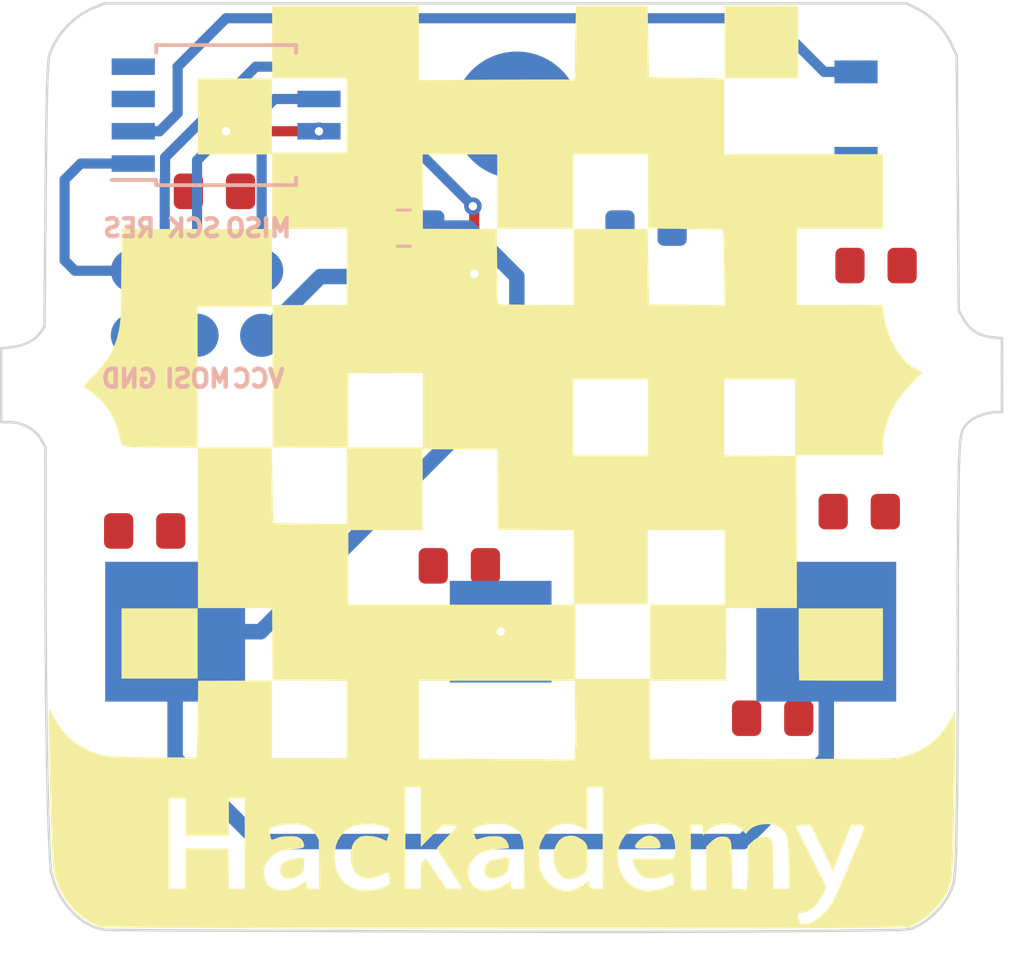
<source format=kicad_pcb>
(kicad_pcb (version 20171130) (host pcbnew 5.1.4-e60b266~84~ubuntu18.04.1)

  (general
    (thickness 1.6)
    (drawings 6)
    (tracks 53)
    (zones 0)
    (modules 16)
    (nets 12)
  )

  (page A4)
  (layers
    (0 F.Cu signal)
    (31 B.Cu signal)
    (34 B.Paste user)
    (35 F.Paste user)
    (36 B.SilkS user)
    (37 F.SilkS user hide)
    (38 B.Mask user)
    (39 F.Mask user hide)
    (44 Edge.Cuts user)
    (45 Margin user)
    (46 B.CrtYd user)
    (47 F.CrtYd user)
    (48 B.Fab user)
    (49 F.Fab user)
  )

  (setup
    (last_trace_width 0.4)
    (user_trace_width 0.1524)
    (user_trace_width 0.2032)
    (user_trace_width 0.4)
    (user_trace_width 0.5)
    (user_trace_width 0.6096)
    (user_trace_width 0.8)
    (user_trace_width 1)
    (user_trace_width 2)
    (trace_clearance 0.2)
    (zone_clearance 0.508)
    (zone_45_only no)
    (trace_min 0.1524)
    (via_size 0.6858)
    (via_drill 0.3302)
    (via_min_size 0.6858)
    (via_min_drill 0.3302)
    (uvia_size 0.762)
    (uvia_drill 0.508)
    (uvias_allowed no)
    (uvia_min_size 0.762)
    (uvia_min_drill 0)
    (edge_width 0.1524)
    (segment_width 0.1524)
    (pcb_text_width 0.1524)
    (pcb_text_size 1.016 1)
    (mod_edge_width 0.1524)
    (mod_text_size 1.016 1.016)
    (mod_text_width 0.1524)
    (pad_size 1.524 1.524)
    (pad_drill 0.762)
    (pad_to_mask_clearance 0.0762)
    (solder_mask_min_width 0.1016)
    (pad_to_paste_clearance -0.0762)
    (aux_axis_origin 0 0)
    (visible_elements FFFFFFFF)
    (pcbplotparams
      (layerselection 0x010fc_ffffffff)
      (usegerberextensions false)
      (usegerberattributes false)
      (usegerberadvancedattributes false)
      (creategerberjobfile false)
      (excludeedgelayer true)
      (linewidth 0.100000)
      (plotframeref false)
      (viasonmask false)
      (mode 1)
      (useauxorigin false)
      (hpglpennumber 1)
      (hpglpenspeed 20)
      (hpglpendiameter 15.000000)
      (psnegative false)
      (psa4output false)
      (plotreference true)
      (plotvalue true)
      (plotinvisibletext false)
      (padsonsilk false)
      (subtractmaskfromsilk false)
      (outputformat 1)
      (mirror false)
      (drillshape 1)
      (scaleselection 1)
      (outputdirectory ""))
  )

  (net 0 "")
  (net 1 +3V3)
  (net 2 GND)
  (net 3 "Net-(D1-Pad1)")
  (net 4 "Net-(D1-Pad2)")
  (net 5 "Net-(D3-Pad1)")
  (net 6 PB1)
  (net 7 PB2)
  (net 8 PB0)
  (net 9 PB5)
  (net 10 PB3)
  (net 11 "Net-(U1-Pad3)")

  (net_class Default "This is the default net class."
    (clearance 0.2)
    (trace_width 0.25)
    (via_dia 0.6858)
    (via_drill 0.3302)
    (uvia_dia 0.762)
    (uvia_drill 0.508)
    (add_net +3V3)
    (add_net GND)
    (add_net "Net-(D1-Pad1)")
    (add_net "Net-(D1-Pad2)")
    (add_net "Net-(D3-Pad1)")
    (add_net "Net-(U1-Pad3)")
    (add_net PB0)
    (add_net PB1)
    (add_net PB2)
    (add_net PB3)
    (add_net PB5)
  )

  (net_class Power ""
    (clearance 0.1524)
    (trace_width 0.6096)
    (via_dia 0.6858)
    (via_drill 0.3302)
    (uvia_dia 0.762)
    (uvia_drill 0.508)
  )

  (module Hackademy:SW_SPST_B3U-1000P (layer B.Cu) (tedit 5D6B51AC) (tstamp 5D6C2D58)
    (at 155.575 77.47 270)
    (descr "Ultra-small-sized Tactile Switch with High Contact Reliability, Top-actuated Model, without Ground Terminal, without Boss")
    (tags "Tactile Switch")
    (path /5D750FE0)
    (attr smd)
    (fp_text reference SW1 (at -0.0254 2.54 90) (layer B.SilkS) hide
      (effects (font (size 1 1) (thickness 0.15)) (justify mirror))
    )
    (fp_text value SW_Push (at 0.0508 -2.6416 90) (layer B.Fab) hide
      (effects (font (size 1 1) (thickness 0.15)) (justify mirror))
    )
    (fp_text user %R (at -0.0508 2.54 90) (layer B.Fab)
      (effects (font (size 1 1) (thickness 0.15)) (justify mirror))
    )
    (fp_line (start -2.4 -1.65) (end 2.4 -1.65) (layer B.CrtYd) (width 0.05))
    (fp_line (start 2.4 -1.65) (end 2.4 1.65) (layer B.CrtYd) (width 0.05))
    (fp_line (start 2.4 1.65) (end -2.4 1.65) (layer B.CrtYd) (width 0.05))
    (fp_line (start -2.4 1.65) (end -2.4 -1.65) (layer B.CrtYd) (width 0.05))
    (fp_line (start -1.5 1.25) (end 1.5 1.25) (layer B.Fab) (width 0.1))
    (fp_line (start 1.5 1.25) (end 1.5 -1.25) (layer B.Fab) (width 0.1))
    (fp_line (start 1.5 -1.25) (end -1.5 -1.25) (layer B.Fab) (width 0.1))
    (fp_line (start -1.5 -1.25) (end -1.5 1.25) (layer B.Fab) (width 0.1))
    (fp_circle (center 0 0) (end 0.75 0) (layer B.Fab) (width 0.1))
    (pad 1 smd rect (at -1.7 0 270) (size 0.9 1.7) (layers B.Cu B.Paste B.Mask)
      (net 10 PB3))
    (pad 2 smd rect (at 1.7 0 270) (size 0.9 1.7) (layers B.Cu B.Paste B.Mask)
      (net 2 GND))
    (model ${KISYS3DMOD}/Button_Switch_SMD.3dshapes/SW_SPST_B3U-1000P.wrl
      (at (xyz 0 0 0))
      (scale (xyz 1 1 1))
      (rotate (xyz 0 0 0))
    )
  )

  (module Hackademy:S8211R (layer B.Cu) (tedit 5D54C60E) (tstamp 5D6C2B1D)
    (at 141.605 97.79 180)
    (path /5D6EEED0)
    (fp_text reference BT1 (at 10.16 -12.446) (layer B.Fab)
      (effects (font (size 1 1) (thickness 0.15)) (justify mirror))
    )
    (fp_text value Battery (at -9.398 10.16) (layer B.Fab)
      (effects (font (size 1 1) (thickness 0.15)) (justify mirror))
    )
    (fp_line (start 12.8 9.1) (end 12.8 -10.9) (layer B.Fab) (width 0.15))
    (fp_line (start -12.8 9.1) (end 12.8 9.1) (layer B.Fab) (width 0.15))
    (fp_line (start -12.8 -10.9) (end -12.8 9.1) (layer B.Fab) (width 0.15))
    (fp_line (start 12.8 -10.9) (end -12.8 -10.9) (layer B.Fab) (width 0.15))
    (pad 1 smd rect (at 12.8 0 180) (size 5.5 5.5) (layers B.Cu B.Paste B.Mask)
      (net 1 +3V3))
    (pad 1 smd rect (at -12.8 0 180) (size 5.5 5.5) (layers B.Cu B.Paste B.Mask)
      (net 1 +3V3))
    (pad 2 smd rect (at 0 0 180) (size 4 4) (layers B.Cu B.Paste B.Mask)
      (net 2 GND))
    (model ${KISYS3DMOD}/Battery.3dshapes/s8211-46r.stp
      (offset (xyz 0 -5.9 4))
      (scale (xyz 1 1 1))
      (rotate (xyz 90 90 0))
    )
    (model ${KISYS3DMOD}/Battery.3dshapes/CR-2032-01.step
      (offset (xyz 0 0 3.5))
      (scale (xyz 1 1 1))
      (rotate (xyz 90 0 0))
    )
  )

  (module Hackademy:C_0805 (layer B.Cu) (tedit 5D6B4A01) (tstamp 5D6C2B2E)
    (at 137.795 81.915)
    (descr "Capacitor SMD 0805")
    (tags "capacitor handsolder")
    (path /5D6B5CB9)
    (attr smd)
    (fp_text reference C1 (at 0.2032 2.1844) (layer B.Fab)
      (effects (font (size 1 1) (thickness 0.15)) (justify mirror))
    )
    (fp_text value C_Small (at -0.2286 -2.3876) (layer B.Fab)
      (effects (font (size 1 1) (thickness 0.15)) (justify mirror))
    )
    (fp_line (start -1 -0.6) (end -1 0.6) (layer B.Fab) (width 0.1))
    (fp_line (start -1 0.6) (end 1 0.6) (layer B.Fab) (width 0.1))
    (fp_line (start 1 0.6) (end 1 -0.6) (layer B.Fab) (width 0.1))
    (fp_line (start 1 -0.6) (end -1 -0.6) (layer B.Fab) (width 0.1))
    (fp_line (start -0.261252 0.71) (end 0.261252 0.71) (layer B.SilkS) (width 0.12))
    (fp_line (start -0.261252 -0.71) (end 0.261252 -0.71) (layer B.SilkS) (width 0.12))
    (fp_line (start -1.85 -0.95) (end -1.85 0.95) (layer B.CrtYd) (width 0.05))
    (fp_line (start -1.85 0.95) (end 1.85 0.95) (layer B.CrtYd) (width 0.05))
    (fp_line (start 1.85 0.95) (end 1.85 -0.95) (layer B.CrtYd) (width 0.05))
    (fp_line (start 1.85 -0.95) (end -1.85 -0.95) (layer B.CrtYd) (width 0.05))
    (fp_text user %R (at 0 0) (layer B.Fab)
      (effects (font (size 0.5 0.5) (thickness 0.08)) (justify mirror))
    )
    (pad 1 smd roundrect (at -1.025 0) (size 1.15 1.4) (layers B.Cu B.Paste B.Mask) (roundrect_rratio 0.217391)
      (net 2 GND))
    (pad 2 smd roundrect (at 1.025 0) (size 1.15 1.4) (layers B.Cu B.Paste B.Mask) (roundrect_rratio 0.217391)
      (net 1 +3V3))
    (model ${KISYS3DMOD}/Capacitor_SMD.3dshapes/C_0805_2012Metric.wrl
      (at (xyz 0 0 0))
      (scale (xyz 1 1 1))
      (rotate (xyz 0 0 0))
    )
  )

  (module Hackademy:LED_0805 (layer F.Cu) (tedit 5D6B4A0F) (tstamp 5D6C2B3E)
    (at 130.3528 80.4672)
    (descr "LED SMD 0805")
    (tags "LED handsolder")
    (path /5D6C0EFD)
    (attr smd)
    (fp_text reference D1 (at 0.2286 -2.0574) (layer F.Fab)
      (effects (font (size 1 1) (thickness 0.15)))
    )
    (fp_text value LED_Small_ALT (at -0.254 1.9812) (layer F.Fab)
      (effects (font (size 1 1) (thickness 0.15)))
    )
    (fp_line (start 1 -0.6) (end -0.7 -0.6) (layer F.Fab) (width 0.1))
    (fp_line (start -0.7 -0.6) (end -1 -0.3) (layer F.Fab) (width 0.1))
    (fp_line (start -1 -0.3) (end -1 0.6) (layer F.Fab) (width 0.1))
    (fp_line (start -1 0.6) (end 1 0.6) (layer F.Fab) (width 0.1))
    (fp_line (start 1 0.6) (end 1 -0.6) (layer F.Fab) (width 0.1))
    (fp_line (start -1.85 0.95) (end -1.85 -0.95) (layer F.CrtYd) (width 0.05))
    (fp_line (start -1.85 -0.95) (end 1.85 -0.95) (layer F.CrtYd) (width 0.05))
    (fp_line (start 1.85 -0.95) (end 1.85 0.95) (layer F.CrtYd) (width 0.05))
    (fp_line (start 1.85 0.95) (end -1.85 0.95) (layer F.CrtYd) (width 0.05))
    (fp_text user %R (at 0 0) (layer F.Fab)
      (effects (font (size 0.5 0.5) (thickness 0.08)))
    )
    (pad 1 smd roundrect (at -1.025 0) (size 1.15 1.4) (layers F.Cu F.Paste F.Mask) (roundrect_rratio 0.217391)
      (net 3 "Net-(D1-Pad1)"))
    (pad 2 smd roundrect (at 1.025 0) (size 1.15 1.4) (layers F.Cu F.Paste F.Mask) (roundrect_rratio 0.217391)
      (net 4 "Net-(D1-Pad2)"))
    (model ${KISYS3DMOD}/LED_SMD.3dshapes/LED_0805_2012Metric.wrl
      (at (xyz 0 0 0))
      (scale (xyz 1 1 1))
      (rotate (xyz 0 0 0))
    )
  )

  (module Hackademy:LED_0805 (layer F.Cu) (tedit 5D6B4A0F) (tstamp 5D6C2B4E)
    (at 127.6096 93.8276 180)
    (descr "LED SMD 0805")
    (tags "LED handsolder")
    (path /5D6CD7D5)
    (attr smd)
    (fp_text reference D2 (at 0.2286 -2.0574) (layer F.Fab)
      (effects (font (size 1 1) (thickness 0.15)))
    )
    (fp_text value LED_Small_ALT (at -0.254 1.9812) (layer F.Fab)
      (effects (font (size 1 1) (thickness 0.15)))
    )
    (fp_text user %R (at 0 0) (layer F.Fab)
      (effects (font (size 0.5 0.5) (thickness 0.08)))
    )
    (fp_line (start 1.85 0.95) (end -1.85 0.95) (layer F.CrtYd) (width 0.05))
    (fp_line (start 1.85 -0.95) (end 1.85 0.95) (layer F.CrtYd) (width 0.05))
    (fp_line (start -1.85 -0.95) (end 1.85 -0.95) (layer F.CrtYd) (width 0.05))
    (fp_line (start -1.85 0.95) (end -1.85 -0.95) (layer F.CrtYd) (width 0.05))
    (fp_line (start 1 0.6) (end 1 -0.6) (layer F.Fab) (width 0.1))
    (fp_line (start -1 0.6) (end 1 0.6) (layer F.Fab) (width 0.1))
    (fp_line (start -1 -0.3) (end -1 0.6) (layer F.Fab) (width 0.1))
    (fp_line (start -0.7 -0.6) (end -1 -0.3) (layer F.Fab) (width 0.1))
    (fp_line (start 1 -0.6) (end -0.7 -0.6) (layer F.Fab) (width 0.1))
    (pad 2 smd roundrect (at 1.025 0 180) (size 1.15 1.4) (layers F.Cu F.Paste F.Mask) (roundrect_rratio 0.217391)
      (net 3 "Net-(D1-Pad1)"))
    (pad 1 smd roundrect (at -1.025 0 180) (size 1.15 1.4) (layers F.Cu F.Paste F.Mask) (roundrect_rratio 0.217391)
      (net 4 "Net-(D1-Pad2)"))
    (model ${KISYS3DMOD}/LED_SMD.3dshapes/LED_0805_2012Metric.wrl
      (at (xyz 0 0 0))
      (scale (xyz 1 1 1))
      (rotate (xyz 0 0 0))
    )
  )

  (module Hackademy:LED_0805 (layer F.Cu) (tedit 5D6B4A0F) (tstamp 5D6C413E)
    (at 139.9794 95.1992 180)
    (descr "LED SMD 0805")
    (tags "LED handsolder")
    (path /5D6CAE02)
    (attr smd)
    (fp_text reference D3 (at 0.2286 -2.0574) (layer F.Fab)
      (effects (font (size 1 1) (thickness 0.15)))
    )
    (fp_text value LED_Small_ALT (at -0.254 1.9812) (layer F.Fab)
      (effects (font (size 1 1) (thickness 0.15)))
    )
    (fp_text user %R (at 0 0) (layer F.Fab)
      (effects (font (size 0.5 0.5) (thickness 0.08)))
    )
    (fp_line (start 1.85 0.95) (end -1.85 0.95) (layer F.CrtYd) (width 0.05))
    (fp_line (start 1.85 -0.95) (end 1.85 0.95) (layer F.CrtYd) (width 0.05))
    (fp_line (start -1.85 -0.95) (end 1.85 -0.95) (layer F.CrtYd) (width 0.05))
    (fp_line (start -1.85 0.95) (end -1.85 -0.95) (layer F.CrtYd) (width 0.05))
    (fp_line (start 1 0.6) (end 1 -0.6) (layer F.Fab) (width 0.1))
    (fp_line (start -1 0.6) (end 1 0.6) (layer F.Fab) (width 0.1))
    (fp_line (start -1 -0.3) (end -1 0.6) (layer F.Fab) (width 0.1))
    (fp_line (start -0.7 -0.6) (end -1 -0.3) (layer F.Fab) (width 0.1))
    (fp_line (start 1 -0.6) (end -0.7 -0.6) (layer F.Fab) (width 0.1))
    (pad 2 smd roundrect (at 1.025 0 180) (size 1.15 1.4) (layers F.Cu F.Paste F.Mask) (roundrect_rratio 0.217391)
      (net 3 "Net-(D1-Pad1)"))
    (pad 1 smd roundrect (at -1.025 0 180) (size 1.15 1.4) (layers F.Cu F.Paste F.Mask) (roundrect_rratio 0.217391)
      (net 5 "Net-(D3-Pad1)"))
    (model ${KISYS3DMOD}/LED_SMD.3dshapes/LED_0805_2012Metric.wrl
      (at (xyz 0 0 0))
      (scale (xyz 1 1 1))
      (rotate (xyz 0 0 0))
    )
  )

  (module Hackademy:LED_0805 (layer F.Cu) (tedit 5D6B4A0F) (tstamp 5D6C2B6E)
    (at 152.2984 101.1936)
    (descr "LED SMD 0805")
    (tags "LED handsolder")
    (path /5D6CF680)
    (attr smd)
    (fp_text reference D4 (at 0.2286 -2.0574) (layer F.Fab)
      (effects (font (size 1 1) (thickness 0.15)))
    )
    (fp_text value LED_Small_ALT (at -0.254 1.9812) (layer F.Fab)
      (effects (font (size 1 1) (thickness 0.15)))
    )
    (fp_line (start 1 -0.6) (end -0.7 -0.6) (layer F.Fab) (width 0.1))
    (fp_line (start -0.7 -0.6) (end -1 -0.3) (layer F.Fab) (width 0.1))
    (fp_line (start -1 -0.3) (end -1 0.6) (layer F.Fab) (width 0.1))
    (fp_line (start -1 0.6) (end 1 0.6) (layer F.Fab) (width 0.1))
    (fp_line (start 1 0.6) (end 1 -0.6) (layer F.Fab) (width 0.1))
    (fp_line (start -1.85 0.95) (end -1.85 -0.95) (layer F.CrtYd) (width 0.05))
    (fp_line (start -1.85 -0.95) (end 1.85 -0.95) (layer F.CrtYd) (width 0.05))
    (fp_line (start 1.85 -0.95) (end 1.85 0.95) (layer F.CrtYd) (width 0.05))
    (fp_line (start 1.85 0.95) (end -1.85 0.95) (layer F.CrtYd) (width 0.05))
    (fp_text user %R (at 0 0) (layer F.Fab)
      (effects (font (size 0.5 0.5) (thickness 0.08)))
    )
    (pad 1 smd roundrect (at -1.025 0) (size 1.15 1.4) (layers F.Cu F.Paste F.Mask) (roundrect_rratio 0.217391)
      (net 3 "Net-(D1-Pad1)"))
    (pad 2 smd roundrect (at 1.025 0) (size 1.15 1.4) (layers F.Cu F.Paste F.Mask) (roundrect_rratio 0.217391)
      (net 5 "Net-(D3-Pad1)"))
    (model ${KISYS3DMOD}/LED_SMD.3dshapes/LED_0805_2012Metric.wrl
      (at (xyz 0 0 0))
      (scale (xyz 1 1 1))
      (rotate (xyz 0 0 0))
    )
  )

  (module Hackademy:LED_0805 (layer F.Cu) (tedit 5D6B4A0F) (tstamp 5D6C2B7E)
    (at 155.702 93.0656)
    (descr "LED SMD 0805")
    (tags "LED handsolder")
    (path /5D6D0663)
    (attr smd)
    (fp_text reference D5 (at 0.2286 -2.0574) (layer F.Fab)
      (effects (font (size 1 1) (thickness 0.15)))
    )
    (fp_text value LED_Small_ALT (at -0.254 1.9812) (layer F.Fab)
      (effects (font (size 1 1) (thickness 0.15)))
    )
    (fp_text user %R (at 0 0) (layer F.Fab)
      (effects (font (size 0.5 0.5) (thickness 0.08)))
    )
    (fp_line (start 1.85 0.95) (end -1.85 0.95) (layer F.CrtYd) (width 0.05))
    (fp_line (start 1.85 -0.95) (end 1.85 0.95) (layer F.CrtYd) (width 0.05))
    (fp_line (start -1.85 -0.95) (end 1.85 -0.95) (layer F.CrtYd) (width 0.05))
    (fp_line (start -1.85 0.95) (end -1.85 -0.95) (layer F.CrtYd) (width 0.05))
    (fp_line (start 1 0.6) (end 1 -0.6) (layer F.Fab) (width 0.1))
    (fp_line (start -1 0.6) (end 1 0.6) (layer F.Fab) (width 0.1))
    (fp_line (start -1 -0.3) (end -1 0.6) (layer F.Fab) (width 0.1))
    (fp_line (start -0.7 -0.6) (end -1 -0.3) (layer F.Fab) (width 0.1))
    (fp_line (start 1 -0.6) (end -0.7 -0.6) (layer F.Fab) (width 0.1))
    (pad 2 smd roundrect (at 1.025 0) (size 1.15 1.4) (layers F.Cu F.Paste F.Mask) (roundrect_rratio 0.217391)
      (net 4 "Net-(D1-Pad2)"))
    (pad 1 smd roundrect (at -1.025 0) (size 1.15 1.4) (layers F.Cu F.Paste F.Mask) (roundrect_rratio 0.217391)
      (net 5 "Net-(D3-Pad1)"))
    (model ${KISYS3DMOD}/LED_SMD.3dshapes/LED_0805_2012Metric.wrl
      (at (xyz 0 0 0))
      (scale (xyz 1 1 1))
      (rotate (xyz 0 0 0))
    )
  )

  (module Hackademy:LED_0805 (layer F.Cu) (tedit 5D6B4A0F) (tstamp 5D6C2B8E)
    (at 156.3624 83.3882 180)
    (descr "LED SMD 0805")
    (tags "LED handsolder")
    (path /5D6D0FD0)
    (attr smd)
    (fp_text reference D6 (at 0.2286 -2.0574) (layer F.Fab)
      (effects (font (size 1 1) (thickness 0.15)))
    )
    (fp_text value LED_Small_ALT (at -0.254 1.9812) (layer F.Fab)
      (effects (font (size 1 1) (thickness 0.15)))
    )
    (fp_line (start 1 -0.6) (end -0.7 -0.6) (layer F.Fab) (width 0.1))
    (fp_line (start -0.7 -0.6) (end -1 -0.3) (layer F.Fab) (width 0.1))
    (fp_line (start -1 -0.3) (end -1 0.6) (layer F.Fab) (width 0.1))
    (fp_line (start -1 0.6) (end 1 0.6) (layer F.Fab) (width 0.1))
    (fp_line (start 1 0.6) (end 1 -0.6) (layer F.Fab) (width 0.1))
    (fp_line (start -1.85 0.95) (end -1.85 -0.95) (layer F.CrtYd) (width 0.05))
    (fp_line (start -1.85 -0.95) (end 1.85 -0.95) (layer F.CrtYd) (width 0.05))
    (fp_line (start 1.85 -0.95) (end 1.85 0.95) (layer F.CrtYd) (width 0.05))
    (fp_line (start 1.85 0.95) (end -1.85 0.95) (layer F.CrtYd) (width 0.05))
    (fp_text user %R (at 0 0) (layer F.Fab)
      (effects (font (size 0.5 0.5) (thickness 0.08)))
    )
    (pad 1 smd roundrect (at -1.025 0 180) (size 1.15 1.4) (layers F.Cu F.Paste F.Mask) (roundrect_rratio 0.217391)
      (net 4 "Net-(D1-Pad2)"))
    (pad 2 smd roundrect (at 1.025 0 180) (size 1.15 1.4) (layers F.Cu F.Paste F.Mask) (roundrect_rratio 0.217391)
      (net 5 "Net-(D3-Pad1)"))
    (model ${KISYS3DMOD}/LED_SMD.3dshapes/LED_0805_2012Metric.wrl
      (at (xyz 0 0 0))
      (scale (xyz 1 1 1))
      (rotate (xyz 0 0 0))
    )
  )

  (module Hackademy:PogoPinSocket_2x03_P2.54mm (layer B.Cu) (tedit 5D6B4A2C) (tstamp 5D6C2B9E)
    (at 132.207 83.5914 90)
    (descr PogoPinSocket_2x03_P2.54mm)
    (tags PogoPinSocket_2x03_P2.54mm)
    (path /5D704D79)
    (fp_text reference J1 (at -1.27 2.77 90) (layer B.SilkS) hide
      (effects (font (size 1 1) (thickness 0.15)) (justify mirror))
    )
    (fp_text value Conn_02x03_Odd_Even (at -1.27 -7.85 90) (layer B.Fab)
      (effects (font (size 1 1) (thickness 0.15)) (justify mirror))
    )
    (fp_line (start -3.81 1.27) (end 0.27 1.27) (layer B.Fab) (width 0.1))
    (fp_line (start 0.27 1.27) (end 1.27 0.27) (layer B.Fab) (width 0.1))
    (fp_line (start 1.27 0.27) (end 1.27 -6.35) (layer B.Fab) (width 0.1))
    (fp_line (start 1.27 -6.35) (end -3.81 -6.35) (layer B.Fab) (width 0.1))
    (fp_line (start -3.81 -6.35) (end -3.81 1.27) (layer B.Fab) (width 0.1))
    (fp_text user %R (at -1.27 -2.54) (layer B.Fab)
      (effects (font (size 1 1) (thickness 0.15)) (justify mirror))
    )
    (pad 1 smd circle (at 0 0 90) (size 1.7 1.7) (layers B.Cu B.Paste B.Mask)
      (net 6 PB1))
    (pad 2 smd oval (at -2.54 0 90) (size 1.7 1.7) (layers B.Cu B.Paste B.Mask)
      (net 1 +3V3))
    (pad 3 smd circle (at 0 -2.54 90) (size 1.7 1.7) (layers B.Cu B.Paste B.Mask)
      (net 7 PB2))
    (pad 4 smd oval (at -2.54 -2.54 90) (size 1.7 1.7) (layers B.Cu B.Paste B.Mask)
      (net 8 PB0))
    (pad 5 smd oval (at 0 -5.08 90) (size 1.7 1.7) (layers B.Cu B.Paste B.Mask)
      (net 9 PB5))
    (pad 6 smd oval (at -2.54 -5.08 90) (size 1.7 1.7) (layers B.Cu B.Paste B.Mask)
      (net 2 GND))
  )

  (module Hackademy:R_0805 (layer B.Cu) (tedit 5D6B4A3E) (tstamp 5D6C677F)
    (at 137.795 85.725)
    (descr "Resistor SMD 0805")
    (tags "resistor handsolder")
    (path /5D6BC90E)
    (attr smd)
    (fp_text reference R1 (at 0.254 2.1336) (layer B.Fab)
      (effects (font (size 1 1) (thickness 0.15)) (justify mirror))
    )
    (fp_text value "22 ohms" (at 0 -2.3114) (layer B.Fab) hide
      (effects (font (size 1 1) (thickness 0.15)) (justify mirror))
    )
    (fp_line (start -1 -0.6) (end -1 0.6) (layer B.Fab) (width 0.1))
    (fp_line (start -1 0.6) (end 1 0.6) (layer B.Fab) (width 0.1))
    (fp_line (start 1 0.6) (end 1 -0.6) (layer B.Fab) (width 0.1))
    (fp_line (start 1 -0.6) (end -1 -0.6) (layer B.Fab) (width 0.1))
    (fp_line (start -1.85 -0.95) (end -1.85 0.95) (layer B.CrtYd) (width 0.05))
    (fp_line (start -1.85 0.95) (end 1.85 0.95) (layer B.CrtYd) (width 0.05))
    (fp_line (start 1.85 0.95) (end 1.85 -0.95) (layer B.CrtYd) (width 0.05))
    (fp_line (start 1.85 -0.95) (end -1.85 -0.95) (layer B.CrtYd) (width 0.05))
    (fp_text user %R (at 0 0) (layer B.Fab)
      (effects (font (size 0.5 0.5) (thickness 0.08)) (justify mirror))
    )
    (pad 1 smd roundrect (at -1.025 0) (size 1.15 1.4) (layers B.Cu B.Paste B.Mask) (roundrect_rratio 0.217391)
      (net 4 "Net-(D1-Pad2)"))
    (pad 2 smd roundrect (at 1.025 0) (size 1.15 1.4) (layers B.Cu B.Paste B.Mask) (roundrect_rratio 0.217391)
      (net 8 PB0))
    (model ${KISYS3DMOD}/Resistor_SMD.3dshapes/R_0805_2012Metric.wrl
      (at (xyz 0 0 0))
      (scale (xyz 1 1 1))
      (rotate (xyz 0 0 0))
    )
  )

  (module Hackademy:R_0805 (layer B.Cu) (tedit 5D6B4A3E) (tstamp 5D6C2BBC)
    (at 147.32 85.725 180)
    (descr "Resistor SMD 0805")
    (tags "resistor handsolder")
    (path /5D6D6B91)
    (attr smd)
    (fp_text reference R2 (at 0.254 2.1336) (layer B.Fab)
      (effects (font (size 1 1) (thickness 0.15)) (justify mirror))
    )
    (fp_text value "22 ohms" (at 0 -2.3114) (layer B.Fab) hide
      (effects (font (size 1 1) (thickness 0.15)) (justify mirror))
    )
    (fp_text user %R (at 0 0) (layer B.Fab)
      (effects (font (size 0.5 0.5) (thickness 0.08)) (justify mirror))
    )
    (fp_line (start 1.85 -0.95) (end -1.85 -0.95) (layer B.CrtYd) (width 0.05))
    (fp_line (start 1.85 0.95) (end 1.85 -0.95) (layer B.CrtYd) (width 0.05))
    (fp_line (start -1.85 0.95) (end 1.85 0.95) (layer B.CrtYd) (width 0.05))
    (fp_line (start -1.85 -0.95) (end -1.85 0.95) (layer B.CrtYd) (width 0.05))
    (fp_line (start 1 -0.6) (end -1 -0.6) (layer B.Fab) (width 0.1))
    (fp_line (start 1 0.6) (end 1 -0.6) (layer B.Fab) (width 0.1))
    (fp_line (start -1 0.6) (end 1 0.6) (layer B.Fab) (width 0.1))
    (fp_line (start -1 -0.6) (end -1 0.6) (layer B.Fab) (width 0.1))
    (pad 2 smd roundrect (at 1.025 0 180) (size 1.15 1.4) (layers B.Cu B.Paste B.Mask) (roundrect_rratio 0.217391)
      (net 6 PB1))
    (pad 1 smd roundrect (at -1.025 0 180) (size 1.15 1.4) (layers B.Cu B.Paste B.Mask) (roundrect_rratio 0.217391)
      (net 3 "Net-(D1-Pad1)"))
    (model ${KISYS3DMOD}/Resistor_SMD.3dshapes/R_0805_2012Metric.wrl
      (at (xyz 0 0 0))
      (scale (xyz 1 1 1))
      (rotate (xyz 0 0 0))
    )
  )

  (module Hackademy:R_0805 (layer B.Cu) (tedit 5D6B4A3E) (tstamp 5D6C2BCB)
    (at 147.32 81.915 180)
    (descr "Resistor SMD 0805")
    (tags "resistor handsolder")
    (path /5D6D7600)
    (attr smd)
    (fp_text reference R3 (at 0.254 2.1336) (layer B.Fab)
      (effects (font (size 1 1) (thickness 0.15)) (justify mirror))
    )
    (fp_text value "22 ohms" (at 0 -2.3114) (layer B.Fab) hide
      (effects (font (size 1 1) (thickness 0.15)) (justify mirror))
    )
    (fp_line (start -1 -0.6) (end -1 0.6) (layer B.Fab) (width 0.1))
    (fp_line (start -1 0.6) (end 1 0.6) (layer B.Fab) (width 0.1))
    (fp_line (start 1 0.6) (end 1 -0.6) (layer B.Fab) (width 0.1))
    (fp_line (start 1 -0.6) (end -1 -0.6) (layer B.Fab) (width 0.1))
    (fp_line (start -1.85 -0.95) (end -1.85 0.95) (layer B.CrtYd) (width 0.05))
    (fp_line (start -1.85 0.95) (end 1.85 0.95) (layer B.CrtYd) (width 0.05))
    (fp_line (start 1.85 0.95) (end 1.85 -0.95) (layer B.CrtYd) (width 0.05))
    (fp_line (start 1.85 -0.95) (end -1.85 -0.95) (layer B.CrtYd) (width 0.05))
    (fp_text user %R (at 0 0) (layer B.Fab)
      (effects (font (size 0.5 0.5) (thickness 0.08)) (justify mirror))
    )
    (pad 1 smd roundrect (at -1.025 0 180) (size 1.15 1.4) (layers B.Cu B.Paste B.Mask) (roundrect_rratio 0.217391)
      (net 5 "Net-(D3-Pad1)"))
    (pad 2 smd roundrect (at 1.025 0 180) (size 1.15 1.4) (layers B.Cu B.Paste B.Mask) (roundrect_rratio 0.217391)
      (net 7 PB2))
    (model ${KISYS3DMOD}/Resistor_SMD.3dshapes/R_0805_2012Metric.wrl
      (at (xyz 0 0 0))
      (scale (xyz 1 1 1))
      (rotate (xyz 0 0 0))
    )
  )

  (module Hackademy:Hackademy_01 (layer F.Cu) (tedit 0) (tstamp 5D6C2D40)
    (at 141.622808 92.178817)
    (path /5D6DBE4A)
    (fp_text reference Ref1 (at 0 0) (layer F.SilkS) hide
      (effects (font (size 1.27 1.27) (thickness 0.15)))
    )
    (fp_text value Edge.Cuts (at 0 0) (layer F.SilkS) hide
      (effects (font (size 1.27 1.27) (thickness 0.15)))
    )
    (fp_poly (pts (xy -8.022036 13.177577) (xy -7.88633 13.196862) (xy -7.884584 13.197223) (xy -7.789664 13.22327)
      (xy -7.681123 13.262401) (xy -7.581874 13.306324) (xy -7.578585 13.30798) (xy -7.4254 13.406459)
      (xy -7.304462 13.53149) (xy -7.213003 13.686115) (xy -7.194364 13.729892) (xy -7.182666 13.760089)
      (xy -7.172985 13.789185) (xy -7.165127 13.82133) (xy -7.158898 13.860674) (xy -7.154102 13.911368)
      (xy -7.150547 13.977563) (xy -7.148037 14.06341) (xy -7.146378 14.173059) (xy -7.145376 14.310661)
      (xy -7.144836 14.480367) (xy -7.144565 14.686328) (xy -7.144476 14.7955) (xy -7.14375 15.737416)
      (xy -7.379901 15.743383) (xy -7.616051 15.749349) (xy -7.628609 15.664008) (xy -7.640668 15.58203)
      (xy -7.652893 15.498887) (xy -7.653611 15.494) (xy -7.663792 15.441099) (xy -7.674148 15.411563)
      (xy -7.676959 15.409333) (xy -7.696982 15.422434) (xy -7.739144 15.456826) (xy -7.794428 15.505144)
      (xy -7.795963 15.506523) (xy -7.941673 15.614604) (xy -8.109904 15.701065) (xy -8.291226 15.763409)
      (xy -8.476214 15.799135) (xy -8.655438 15.805744) (xy -8.819471 15.780736) (xy -8.824778 15.77927)
      (xy -8.953649 15.732282) (xy -9.059216 15.666341) (xy -9.158336 15.570785) (xy -9.163412 15.565053)
      (xy -9.242704 15.454277) (xy -9.29339 15.330788) (xy -9.318368 15.185567) (xy -9.322153 15.070666)
      (xy -9.31271 14.948116) (xy -8.695568 14.948116) (xy -8.693691 15.065923) (xy -8.655248 15.172618)
      (xy -8.590387 15.25318) (xy -8.547181 15.288485) (xy -8.505619 15.309158) (xy -8.453365 15.318068)
      (xy -8.378082 15.318081) (xy -8.322867 15.315363) (xy -8.196214 15.299845) (xy -8.083634 15.265072)
      (xy -8.037117 15.244532) (xy -7.954178 15.198959) (xy -7.874192 15.144646) (xy -7.826375 15.104368)
      (xy -7.747 15.026295) (xy -7.747 14.514895) (xy -7.974542 14.525694) (xy -8.181406 14.545482)
      (xy -8.351416 14.58385) (xy -8.486072 14.641457) (xy -8.586873 14.718961) (xy -8.655318 14.81702)
      (xy -8.659714 14.826374) (xy -8.695568 14.948116) (xy -9.31271 14.948116) (xy -9.309408 14.905267)
      (xy -9.271414 14.76496) (xy -9.20356 14.63788) (xy -9.107997 14.519408) (xy -8.961019 14.391339)
      (xy -8.781728 14.288764) (xy -8.572109 14.212358) (xy -8.334146 14.162797) (xy -8.069823 14.140757)
      (xy -7.993165 14.139611) (xy -7.741912 14.139333) (xy -7.751119 14.012048) (xy -7.769548 13.901692)
      (xy -7.81129 13.818599) (xy -7.883776 13.751099) (xy -7.939376 13.716429) (xy -7.989133 13.691743)
      (xy -8.040947 13.675293) (xy -8.106187 13.664931) (xy -8.196222 13.658507) (xy -8.259448 13.655908)
      (xy -8.493853 13.661518) (xy -8.703077 13.696714) (xy -8.893228 13.762564) (xy -8.908952 13.769723)
      (xy -8.970438 13.796969) (xy -9.014147 13.813892) (xy -9.028925 13.816964) (xy -9.038512 13.792527)
      (xy -9.053974 13.737968) (xy -9.072815 13.663965) (xy -9.09254 13.581194) (xy -9.110655 13.500332)
      (xy -9.124664 13.432054) (xy -9.132072 13.387038) (xy -9.132144 13.375273) (xy -9.104055 13.355118)
      (xy -9.044805 13.327117) (xy -8.964012 13.294802) (xy -8.871289 13.261704) (xy -8.776253 13.231355)
      (xy -8.68852 13.207288) (xy -8.652768 13.199197) (xy -8.514016 13.17906) (xy -8.351938 13.168717)
      (xy -8.182592 13.168209) (xy -8.022036 13.177577)) (layer F.Mask) (width 0.01))
    (fp_poly (pts (xy -5.160138 13.172986) (xy -4.992936 13.18539) (xy -4.839949 13.207025) (xy -4.783667 13.218673)
      (xy -4.676652 13.247409) (xy -4.575006 13.281699) (xy -4.486031 13.318255) (xy -4.417027 13.353788)
      (xy -4.375294 13.385011) (xy -4.36694 13.406352) (xy -4.376955 13.438331) (xy -4.394949 13.501094)
      (xy -4.418058 13.584502) (xy -4.435463 13.648705) (xy -4.492654 13.861526) (xy -4.601119 13.801142)
      (xy -4.758645 13.728841) (xy -4.931288 13.675994) (xy -5.108008 13.644359) (xy -5.277764 13.635695)
      (xy -5.429516 13.651759) (xy -5.472331 13.662369) (xy -5.557644 13.693599) (xy -5.628988 13.737659)
      (xy -5.704498 13.805824) (xy -5.706727 13.808067) (xy -5.7935 13.911928) (xy -5.855302 14.027035)
      (xy -5.895477 14.162217) (xy -5.917371 14.326305) (xy -5.920341 14.372166) (xy -5.916598 14.584208)
      (xy -5.882629 14.774619) (xy -5.820189 14.940837) (xy -5.731036 15.080301) (xy -5.616926 15.190448)
      (xy -5.479614 15.268717) (xy -5.320858 15.312546) (xy -5.271613 15.318401) (xy -5.120764 15.315545)
      (xy -4.95521 15.285864) (xy -4.789029 15.233578) (xy -4.636297 15.162907) (xy -4.535586 15.097758)
      (xy -4.474915 15.056857) (xy -4.441633 15.047764) (xy -4.435323 15.054507) (xy -4.427591 15.085445)
      (xy -4.413493 15.147812) (xy -4.395258 15.231586) (xy -4.380952 15.298908) (xy -4.360222 15.404347)
      (xy -4.350112 15.475964) (xy -4.350023 15.520757) (xy -4.359354 15.545725) (xy -4.359779 15.546247)
      (xy -4.396151 15.572647) (xy -4.463979 15.607027) (xy -4.554032 15.645667) (xy -4.657081 15.684846)
      (xy -4.763898 15.720843) (xy -4.86462 15.749776) (xy -4.98632 15.77398) (xy -5.128097 15.79133)
      (xy -5.275719 15.801007) (xy -5.414952 15.802192) (xy -5.531564 15.794065) (xy -5.559496 15.789781)
      (xy -5.749717 15.738091) (xy -5.933367 15.655564) (xy -6.099374 15.548284) (xy -6.236667 15.422336)
      (xy -6.244805 15.413106) (xy -6.311491 15.322166) (xy -6.380384 15.204458) (xy -6.44422 15.074479)
      (xy -6.495737 14.946721) (xy -6.522437 14.859) (xy -6.53867 14.760376) (xy -6.548209 14.632939)
      (xy -6.551199 14.489649) (xy -6.547786 14.343469) (xy -6.538117 14.207361) (xy -6.522339 14.094288)
      (xy -6.513363 14.054666) (xy -6.435125 13.838102) (xy -6.324747 13.648354) (xy -6.184094 13.487196)
      (xy -6.015034 13.356404) (xy -5.819433 13.257753) (xy -5.609167 13.195089) (xy -5.48204 13.177441)
      (xy -5.327768 13.170204) (xy -5.160138 13.172986)) (layer F.Mask) (width 0.01))
    (fp_poly (pts (xy -12.424834 13.631333) (xy -10.710882 13.631333) (xy -10.705316 12.895791) (xy -10.69975 12.16025)
      (xy -10.085917 12.16025) (xy -10.080506 13.954691) (xy -10.075095 15.749133) (xy -10.387423 15.743274)
      (xy -10.69975 15.737416) (xy -10.71085 14.16002) (xy -11.56255 14.165551) (xy -12.41425 14.171083)
      (xy -12.4198 14.959541) (xy -12.425349 15.748) (xy -13.038667 15.748) (xy -13.038667 12.149666)
      (xy -12.424834 12.149666) (xy -12.424834 13.631333)) (layer F.Mask) (width 0.01))
    (fp_poly (pts (xy -3.175 12.879916) (xy -3.174779 13.096478) (xy -3.174141 13.299793) (xy -3.17313 13.486024)
      (xy -3.171785 13.651332) (xy -3.17015 13.791879) (xy -3.168264 13.903825) (xy -3.16617 13.983332)
      (xy -3.163909 14.026561) (xy -3.162543 14.0335) (xy -3.144609 14.019389) (xy -3.100406 13.979615)
      (xy -3.034029 13.918009) (xy -2.949574 13.838406) (xy -2.851136 13.744638) (xy -2.744501 13.642173)
      (xy -2.338917 13.250846) (xy -2.007143 13.250589) (xy -1.675369 13.250333) (xy -2.118285 13.689541)
      (xy -2.561202 14.12875) (xy -2.032018 14.926699) (xy -1.923152 15.091106) (xy -1.821835 15.244598)
      (xy -1.730401 15.3836) (xy -1.651188 15.504536) (xy -1.586533 15.603833) (xy -1.538772 15.677915)
      (xy -1.510242 15.723207) (xy -1.502834 15.736324) (xy -1.522782 15.740382) (xy -1.577757 15.743826)
      (xy -1.660451 15.746391) (xy -1.76356 15.747806) (xy -1.821262 15.748) (xy -2.13969 15.748)
      (xy -2.544381 15.133007) (xy -2.949072 14.518015) (xy -3.175 14.741137) (xy -3.175 15.748)
      (xy -3.457223 15.748) (xy -3.562526 15.746995) (xy -3.652171 15.744245) (xy -3.717873 15.740144)
      (xy -3.751345 15.735086) (xy -3.753556 15.733888) (xy -3.755584 15.711148) (xy -3.757525 15.649019)
      (xy -3.759358 15.550448) (xy -3.761062 15.418379) (xy -3.762617 15.255757) (xy -3.764002 15.065529)
      (xy -3.765197 14.850638) (xy -3.76618 14.614031) (xy -3.766932 14.358653) (xy -3.76743 14.087449)
      (xy -3.767656 13.803363) (xy -3.767667 13.723055) (xy -3.767667 11.726333) (xy -3.175 11.726333)
      (xy -3.175 12.879916)) (layer F.Mask) (width 0.01))
    (fp_poly (pts (xy 2.899833 10.6045) (xy -3.280834 10.6045) (xy -3.280834 7.514166) (xy 2.899833 7.514166)
      (xy 2.899833 10.6045)) (layer F.Mask) (width 0.01))
    (fp_poly (pts (xy -6.037652 9.032875) (xy -6.043084 10.551583) (xy -7.519459 10.557018) (xy -8.995834 10.562454)
      (xy -8.995834 7.514166) (xy -6.03222 7.514166) (xy -6.037652 9.032875)) (layer F.Mask) (width 0.01))
    (fp_poly (pts (xy -3.074315 -3.095625) (xy -3.07975 -1.61925) (xy -4.556125 -1.613815) (xy -6.0325 -1.608379)
      (xy -6.0325 1.3335) (xy -8.995834 1.3335) (xy -8.995834 -1.608667) (xy -6.0325 -1.608667)
      (xy -6.0325 -4.572) (xy -4.55069 -4.572) (xy -3.068879 -4.572001) (xy -3.074315 -3.095625)) (layer F.Mask) (width 0.01))
    (fp_poly (pts (xy -8.995834 -1.608667) (xy -11.959167 -1.608667) (xy -11.959167 -7.154334) (xy -8.995834 -7.154334)
      (xy -8.995834 -1.608667)) (layer F.Mask) (width 0.01))
    (fp_poly (pts (xy -8.995834 4.699) (xy -8.995834 7.514166) (xy -11.959167 7.514166) (xy -11.959167 10.562166)
      (xy -13.520209 10.559282) (xy -13.778721 10.558575) (xy -14.028735 10.557452) (xy -14.266426 10.555955)
      (xy -14.487973 10.554129) (xy -14.689552 10.552018) (xy -14.86734 10.549667) (xy -15.017514 10.54712)
      (xy -15.136251 10.54442) (xy -15.219728 10.541613) (xy -15.260113 10.539174) (xy -15.618842 10.485116)
      (xy -15.958076 10.394482) (xy -16.276305 10.268273) (xy -16.572019 10.107492) (xy -16.843707 9.913143)
      (xy -17.089858 9.686228) (xy -17.308962 9.427749) (xy -17.499508 9.138709) (xy -17.573021 9.003846)
      (xy -17.664546 8.810343) (xy -17.740941 8.613041) (xy -17.80785 8.396532) (xy -17.839533 8.276166)
      (xy -17.895277 8.053916) (xy -17.903098 4.699) (xy -14.9225 4.699) (xy -14.9225 6.060722)
      (xy -14.922287 6.297002) (xy -14.92167 6.520712) (xy -14.920687 6.728267) (xy -14.919375 6.916088)
      (xy -14.91777 7.08059) (xy -14.915909 7.218193) (xy -14.913828 7.325315) (xy -14.911565 7.398373)
      (xy -14.909156 7.433785) (xy -14.908389 7.436555) (xy -14.885388 7.438913) (xy -14.823501 7.441148)
      (xy -14.726174 7.443227) (xy -14.596855 7.445116) (xy -14.438992 7.446784) (xy -14.25603 7.448197)
      (xy -14.051417 7.449322) (xy -13.828601 7.450126) (xy -13.591028 7.450578) (xy -13.426723 7.450666)
      (xy -11.959167 7.450666) (xy -11.959167 4.699) (xy -14.9225 4.699) (xy -17.903098 4.699)
      (xy -17.90643 3.27025) (xy -17.917584 -1.513417) (xy -17.964096 -1.635203) (xy -18.074631 -1.877697)
      (xy -18.207884 -2.084781) (xy -18.364781 -2.257339) (xy -18.546251 -2.396258) (xy -18.753219 -2.502422)
      (xy -18.937807 -2.564371) (xy -19.04079 -2.58744) (xy -19.151828 -2.60206) (xy -19.2842 -2.609669)
      (xy -19.372791 -2.611404) (xy -19.642665 -2.614084) (xy -19.642667 -5.60333) (xy -19.341042 -5.615085)
      (xy -19.098602 -5.633558) (xy -18.888987 -5.670245) (xy -18.705744 -5.727565) (xy -18.542423 -5.807935)
      (xy -18.392572 -5.913773) (xy -18.285981 -6.010486) (xy -18.160959 -6.150478) (xy -18.066368 -6.295878)
      (xy -17.994468 -6.460148) (xy -17.955888 -6.584701) (xy -17.951848 -6.601457) (xy -17.9481 -6.62197)
      (xy -17.944628 -6.64787) (xy -17.941418 -6.680791) (xy -17.938452 -6.722366) (xy -17.935716 -6.774228)
      (xy -17.933195 -6.838008) (xy -17.930871 -6.91534) (xy -17.92873 -7.007856) (xy -17.926755 -7.117189)
      (xy -17.924932 -7.244972) (xy -17.923244 -7.392837) (xy -17.921676 -7.562417) (xy -17.920213 -7.755345)
      (xy -17.918837 -7.973253) (xy -17.917534 -8.217774) (xy -17.916289 -8.490541) (xy -17.915084 -8.793186)
      (xy -17.913906 -9.127342) (xy -17.912737 -9.494642) (xy -17.911563 -9.896718) (xy -17.910367 -10.335204)
      (xy -17.909134 -10.811731) (xy -17.907849 -11.327932) (xy -17.907007 -11.673417) (xy -17.905696 -12.213389)
      (xy -17.904468 -12.712688) (xy -17.903305 -13.172972) (xy -17.902188 -13.595902) (xy -17.9011 -13.983136)
      (xy -17.900021 -14.336336) (xy -17.898935 -14.657159) (xy -17.897822 -14.947266) (xy -17.896665 -15.208316)
      (xy -17.895445 -15.441969) (xy -17.894144 -15.649884) (xy -17.892744 -15.833721) (xy -17.891227 -15.995139)
      (xy -17.889574 -16.135798) (xy -17.887767 -16.257358) (xy -17.885789 -16.361478) (xy -17.883621 -16.449817)
      (xy -17.881244 -16.524035) (xy -17.878641 -16.585793) (xy -17.875794 -16.636748) (xy -17.872683 -16.678561)
      (xy -17.869292 -16.712891) (xy -17.865601 -16.741398) (xy -17.861593 -16.765742) (xy -17.857249 -16.787581)
      (xy -17.852552 -16.808576) (xy -17.850615 -16.816917) (xy -17.750549 -17.168617) (xy -17.620226 -17.492216)
      (xy -17.458019 -17.790798) (xy -17.262298 -18.067448) (xy -17.081191 -18.274321) (xy -16.857301 -18.485626)
      (xy -16.618426 -18.665099) (xy -16.359239 -18.815719) (xy -16.074414 -18.940465) (xy -15.758626 -19.042316)
      (xy -15.663334 -19.067286) (xy -15.441084 -19.12287) (xy -12.218459 -19.129292) (xy -8.995834 -19.135713)
      (xy -8.995834 -16.1925) (xy -11.959167 -16.1925) (xy -11.959167 -13.165667) (xy -8.995834 -13.165667)
      (xy -8.995834 -10.223788) (xy -7.519459 -10.218353) (xy -6.043084 -10.212917) (xy -6.037648 -8.736542)
      (xy -6.032213 -7.260167) (xy -8.995834 -7.260167) (xy -8.995834 -10.223648) (xy -11.953875 -10.218283)
      (xy -14.911917 -10.212917) (xy -14.92367 -8.371417) (xy -14.925743 -8.049766) (xy -14.927648 -7.767518)
      (xy -14.929471 -7.521746) (xy -14.931295 -7.30952) (xy -14.933206 -7.127912) (xy -14.935288 -6.973993)
      (xy -14.937627 -6.844835) (xy -14.940306 -6.737508) (xy -14.943412 -6.649084) (xy -14.947028 -6.576634)
      (xy -14.951239 -6.51723) (xy -14.95613 -6.467943) (xy -14.961786 -6.425845) (xy -14.968292 -6.388005)
      (xy -14.975732 -6.351497) (xy -14.983095 -6.31825) (xy -15.090273 -5.931679) (xy -15.232583 -5.565182)
      (xy -15.408685 -5.220878) (xy -15.617239 -4.900883) (xy -15.856906 -4.607316) (xy -16.126345 -4.342293)
      (xy -16.345889 -4.164475) (xy -16.410943 -4.115283) (xy -16.460503 -4.076253) (xy -16.486665 -4.053671)
      (xy -16.488834 -4.050773) (xy -16.471384 -4.038457) (xy -16.425198 -4.012582) (xy -16.359524 -3.978283)
      (xy -16.345262 -3.971064) (xy -16.14658 -3.853742) (xy -15.946473 -3.703414) (xy -15.754101 -3.528064)
      (xy -15.57862 -3.335675) (xy -15.497359 -3.231919) (xy -15.357352 -3.016366) (xy -15.231005 -2.770391)
      (xy -15.122452 -2.504818) (xy -15.035828 -2.230475) (xy -14.975268 -1.958185) (xy -14.954182 -1.80975)
      (xy -14.944952 -1.734967) (xy -14.935606 -1.673459) (xy -14.929924 -1.645709) (xy -14.926012 -1.638537)
      (xy -14.916591 -1.632353) (xy -14.898738 -1.627083) (xy -14.869525 -1.622654) (xy -14.826027 -1.618995)
      (xy -14.765319 -1.616032) (xy -14.684475 -1.613693) (xy -14.58057 -1.611905) (xy -14.450679 -1.610595)
      (xy -14.291875 -1.60969) (xy -14.101233 -1.609118) (xy -13.875827 -1.608806) (xy -13.612733 -1.608682)
      (xy -13.439407 -1.608667) (xy -11.959167 -1.608667) (xy -11.959167 4.699) (xy -8.995834 4.699)) (layer F.Mask) (width 0.01))
    (fp_poly (pts (xy -0.127 1.608666) (xy 2.899833 1.608666) (xy 2.899833 4.572) (xy -6.0325 4.572)
      (xy -6.0325 1.608666) (xy -3.090334 1.608666) (xy -3.090334 -1.545167) (xy -0.127 -1.545167)
      (xy -0.127 1.608666)) (layer F.Mask) (width 0.01))
    (fp_poly (pts (xy -0.127 -10.202334) (xy -1.594556 -10.202334) (xy -1.840028 -10.202532) (xy -2.073032 -10.203106)
      (xy -2.290124 -10.204022) (xy -2.487854 -10.205247) (xy -2.662777 -10.206749) (xy -2.811444 -10.208495)
      (xy -2.93041 -10.210451) (xy -3.016227 -10.212586) (xy -3.065448 -10.214866) (xy -3.076223 -10.216445)
      (xy -3.078581 -10.239446) (xy -3.080816 -10.301334) (xy -3.082895 -10.39866) (xy -3.084784 -10.527979)
      (xy -3.086452 -10.685843) (xy -3.087864 -10.868804) (xy -3.088989 -11.073417) (xy -3.089794 -11.296233)
      (xy -3.090245 -11.533807) (xy -3.090334 -11.698112) (xy -3.090334 -13.165667) (xy -0.127 -13.165667)
      (xy -0.127 -10.202334)) (layer F.Mask) (width 0.01))
    (fp_poly (pts (xy -6.0325 -13.208) (xy -8.995834 -13.208) (xy -8.995834 -16.150167) (xy -6.0325 -16.150167)
      (xy -6.0325 -13.208)) (layer F.Mask) (width 0.01))
    (fp_poly (pts (xy -3.2385 -16.079678) (xy -1.000125 -16.093745) (xy -0.674782 -16.095737) (xy -0.346918 -16.097646)
      (xy -0.020827 -16.09945) (xy 0.299199 -16.101132) (xy 0.608864 -16.10267) (xy 0.903877 -16.104046)
      (xy 1.179943 -16.105239) (xy 1.432769 -16.10623) (xy 1.658061 -16.107) (xy 1.851526 -16.107527)
      (xy 2.008871 -16.107793) (xy 2.066362 -16.107823) (xy 2.894475 -16.107834) (xy 2.907816 -16.853959)
      (xy 2.911729 -17.071788) (xy 2.916129 -17.315034) (xy 2.920776 -17.5705) (xy 2.92543 -17.824989)
      (xy 2.929848 -18.065305) (xy 2.933791 -18.27825) (xy 2.934268 -18.303876) (xy 2.94738 -19.007667)
      (xy 5.752139 -19.007667) (xy 5.765189 -18.452042) (xy 5.768629 -18.297709) (xy 5.772502 -18.110412)
      (xy 5.776631 -17.899514) (xy 5.780842 -17.674382) (xy 5.784958 -17.444378) (xy 5.788803 -17.218868)
      (xy 5.791581 -17.047038) (xy 5.804921 -16.197658) (xy 6.834169 -16.18428) (xy 7.058653 -16.181206)
      (xy 7.286401 -16.177799) (xy 7.510606 -16.174179) (xy 7.724463 -16.170468) (xy 7.921165 -16.166787)
      (xy 8.093906 -16.163257) (xy 8.23588 -16.159999) (xy 8.313208 -16.157949) (xy 8.763 -16.144995)
      (xy 8.763 -13.165667) (xy 15.007166 -13.165667) (xy 15.007166 -10.244667) (xy 11.6205 -10.244667)
      (xy 11.6205 -7.239) (xy 13.291417 -7.239) (xy 13.55355 -7.238795) (xy 13.803308 -7.238201)
      (xy 14.037474 -7.237249) (xy 14.252834 -7.235971) (xy 14.446171 -7.2344) (xy 14.61427 -7.232566)
      (xy 14.753915 -7.230501) (xy 14.86189 -7.228238) (xy 14.934981 -7.225807) (xy 14.969971 -7.223241)
      (xy 14.97259 -7.222407) (xy 14.979316 -7.197128) (xy 14.991731 -7.137058) (xy 15.008502 -7.049156)
      (xy 15.028299 -6.940379) (xy 15.04804 -6.827862) (xy 15.11334 -6.506302) (xy 15.194179 -6.216167)
      (xy 15.294079 -5.94829) (xy 15.416562 -5.693504) (xy 15.56515 -5.442643) (xy 15.601558 -5.387272)
      (xy 15.768308 -5.161066) (xy 15.94016 -4.974671) (xy 16.119875 -4.825628) (xy 16.310213 -4.711479)
      (xy 16.410793 -4.666494) (xy 16.479889 -4.637082) (xy 16.530258 -4.6123) (xy 16.552001 -4.597069)
      (xy 16.552221 -4.596208) (xy 16.538183 -4.577703) (xy 16.49884 -4.53311) (xy 16.43825 -4.466837)
      (xy 16.360468 -4.383292) (xy 16.269553 -4.286883) (xy 16.207238 -4.221397) (xy 16.069789 -4.076384)
      (xy 15.95705 -3.954537) (xy 15.863598 -3.849289) (xy 15.78401 -3.754072) (xy 15.712862 -3.662319)
      (xy 15.644731 -3.567463) (xy 15.574193 -3.462937) (xy 15.548459 -3.423659) (xy 15.404742 -3.177737)
      (xy 15.276936 -2.908958) (xy 15.170378 -2.630554) (xy 15.0904 -2.355755) (xy 15.059852 -2.211917)
      (xy 15.046745 -2.121308) (xy 15.034185 -2.001671) (xy 15.023331 -1.866303) (xy 15.015344 -1.728506)
      (xy 15.013272 -1.677459) (xy 15.001236 -1.3335) (xy 11.557 -1.3335) (xy 11.557 -4.318)
      (xy 8.763 -4.318) (xy 8.763 -1.312632) (xy 11.609916 -1.30175) (xy 11.615281 1.688041)
      (xy 11.620645 4.677833) (xy 8.847964 4.677833) (xy 8.842523 6.101291) (xy 8.837083 7.52475)
      (xy 7.350125 7.530184) (xy 5.863166 7.535619) (xy 5.863166 4.550833) (xy 8.784166 4.550833)
      (xy 8.784166 1.608666) (xy 5.757333 1.608666) (xy 5.757333 4.529666) (xy 2.8575 4.529666)
      (xy 2.8575 1.60895) (xy 1.359958 1.603516) (xy -0.137584 1.598083) (xy -0.14301 0.015875)
      (xy -0.148437 -1.566334) (xy -3.069167 -1.566334) (xy -3.069167 -4.318) (xy 2.836333 -4.318)
      (xy 2.836333 -1.312334) (xy 5.7785 -1.312334) (xy 5.7785 -4.318) (xy 2.836333 -4.318)
      (xy -3.069167 -4.318) (xy -3.069167 -4.57229) (xy -4.534959 -4.566854) (xy -6.00075 -4.561417)
      (xy -6.006187 -3.095625) (xy -6.011624 -1.629834) (xy -3.090334 -1.629834) (xy -3.090334 1.608666)
      (xy -6.011334 1.608666) (xy -6.011334 4.550833) (xy 2.921 4.550833) (xy 2.921 7.471833)
      (xy 5.842 7.471833) (xy 5.842 10.597994) (xy 6.099323 10.61183) (xy 6.157689 10.613769)
      (xy 6.255786 10.615541) (xy 6.391014 10.617148) (xy 6.560769 10.618593) (xy 6.76245 10.619877)
      (xy 6.993457 10.621003) (xy 7.251186 10.621974) (xy 7.533036 10.622791) (xy 7.836407 10.623456)
      (xy 8.158695 10.623973) (xy 8.497299 10.624344) (xy 8.849619 10.62457) (xy 9.213051 10.624654)
      (xy 9.584995 10.624599) (xy 9.962848 10.624406) (xy 10.344009 10.624077) (xy 10.725877 10.623617)
      (xy 11.105849 10.623025) (xy 11.481325 10.622305) (xy 11.849701 10.62146) (xy 12.208378 10.62049)
      (xy 12.554752 10.6194) (xy 12.886223 10.61819) (xy 13.200189 10.616863) (xy 13.494048 10.615422)
      (xy 13.765198 10.613869) (xy 14.011037 10.612206) (xy 14.228965 10.610435) (xy 14.416379 10.608559)
      (xy 14.570678 10.606579) (xy 14.68926 10.604499) (xy 14.70025 10.604259) (xy 14.930885 10.598878)
      (xy 15.124235 10.593636) (xy 15.285341 10.588008) (xy 15.419245 10.581473) (xy 15.530989 10.573507)
      (xy 15.625616 10.563587) (xy 15.708167 10.551192) (xy 15.783684 10.535797) (xy 15.857211 10.516881)
      (xy 15.933788 10.49392) (xy 16.013273 10.46811) (xy 16.151091 10.416826) (xy 16.303522 10.350762)
      (xy 16.458536 10.275895) (xy 16.604105 10.198202) (xy 16.728197 10.123662) (xy 16.785166 10.084541)
      (xy 16.970817 9.939256) (xy 17.134494 9.790527) (xy 17.282257 9.631085) (xy 17.420161 9.453661)
      (xy 17.554264 9.250987) (xy 17.690623 9.015791) (xy 17.718767 8.964083) (xy 17.832916 8.752416)
      (xy 17.839563 9.599083) (xy 17.840529 9.825939) (xy 17.84023 10.090331) (xy 17.838732 10.387483)
      (xy 17.836104 10.71262) (xy 17.832413 11.060966) (xy 17.827726 11.427743) (xy 17.822111 11.808178)
      (xy 17.815635 12.197492) (xy 17.808366 12.590911) (xy 17.800371 12.983658) (xy 17.791718 13.370958)
      (xy 17.782474 13.748035) (xy 17.779163 13.87475) (xy 17.770719 14.176851) (xy 17.76221 14.440356)
      (xy 17.753162 14.669) (xy 17.7431 14.866517) (xy 17.73155 15.036643) (xy 17.718036 15.183114)
      (xy 17.702084 15.309663) (xy 17.68322 15.420026) (xy 17.660969 15.517939) (xy 17.634856 15.607135)
      (xy 17.604406 15.691351) (xy 17.569146 15.774321) (xy 17.528599 15.85978) (xy 17.52631 15.864416)
      (xy 17.43382 16.031417) (xy 17.321815 16.195228) (xy 17.185199 16.36233) (xy 17.018876 16.539203)
      (xy 16.917596 16.638493) (xy 16.754959 16.787237) (xy 16.603561 16.90928) (xy 16.451375 17.013288)
      (xy 16.286373 17.107929) (xy 16.215432 17.144431) (xy 16.03728 17.233685) (xy 14.924265 17.253164)
      (xy 14.80269 17.254906) (xy 14.640346 17.256606) (xy 14.438797 17.258263) (xy 14.199607 17.259877)
      (xy 13.92434 17.261445) (xy 13.614561 17.262967) (xy 13.271834 17.264442) (xy 12.897723 17.265867)
      (xy 12.493791 17.267243) (xy 12.061604 17.268567) (xy 11.602725 17.269838) (xy 11.118718 17.271056)
      (xy 10.611148 17.272218) (xy 10.081579 17.273325) (xy 9.531576 17.274373) (xy 8.962701 17.275363)
      (xy 8.376519 17.276293) (xy 7.774595 17.277162) (xy 7.158493 17.277968) (xy 6.529776 17.278711)
      (xy 5.89001 17.279388) (xy 5.240758 17.28) (xy 4.583583 17.280543) (xy 3.920052 17.281019)
      (xy 3.251727 17.281424) (xy 2.580173 17.281758) (xy 1.906954 17.28202) (xy 1.233634 17.282208)
      (xy 0.561777 17.282321) (xy -0.107052 17.282358) (xy -0.771289 17.282318) (xy -1.429371 17.282199)
      (xy -2.079733 17.282) (xy -2.72081 17.28172) (xy -3.35104 17.281358) (xy -3.968857 17.280912)
      (xy -4.572697 17.280382) (xy -5.160996 17.279765) (xy -5.73219 17.279061) (xy -6.284716 17.278269)
      (xy -6.817008 17.277387) (xy -7.327502 17.276414) (xy -7.814635 17.275349) (xy -8.276842 17.27419)
      (xy -8.712559 17.272937) (xy -8.974667 17.272091) (xy -9.445418 17.270471) (xy -9.911614 17.268803)
      (xy -10.370973 17.267099) (xy -10.821216 17.265368) (xy -11.260061 17.263622) (xy -11.685227 17.261871)
      (xy -12.094434 17.260126) (xy -12.4854 17.258397) (xy -12.855846 17.256695) (xy -13.20349 17.255031)
      (xy -13.526052 17.253414) (xy -13.82125 17.251857) (xy -14.086805 17.250368) (xy -14.320435 17.24896)
      (xy -14.519859 17.247642) (xy -14.682796 17.246425) (xy -14.806967 17.245319) (xy -14.859 17.24475)
      (xy -15.71625 17.234367) (xy -15.949084 17.132234) (xy -16.241991 16.982485) (xy -16.508761 16.801256)
      (xy -16.750524 16.587425) (xy -16.96841 16.339869) (xy -17.16355 16.057466) (xy -17.322394 15.769088)
      (xy -17.406305 15.591409) (xy -17.470042 15.435688) (xy -17.517835 15.289289) (xy -17.553913 15.13958)
      (xy -17.577461 15.007166) (xy -17.591725 14.900491) (xy -17.605599 14.765174) (xy -17.619124 14.600179)
      (xy -17.63234 14.404467) (xy -17.645289 14.177003) (xy -17.658011 13.916747) (xy -17.670548 13.622664)
      (xy -17.68294 13.293714) (xy -17.695229 12.928862) (xy -17.707456 12.527068) (xy -17.717343 12.170833)
      (xy -13.038667 12.170833) (xy -13.038667 15.726833) (xy -12.403667 15.726833) (xy -12.403667 14.138847)
      (xy -11.562292 14.144382) (xy -10.720917 14.149916) (xy -10.715368 14.938375) (xy -10.709819 15.726833)
      (xy -10.075334 15.726833) (xy -10.075334 15.088813) (xy -9.322599 15.088813) (xy -9.320752 15.188361)
      (xy -9.312371 15.262364) (xy -9.294317 15.327475) (xy -9.264194 15.39875) (xy -9.181535 15.541272)
      (xy -9.08019 15.649327) (xy -8.956504 15.725074) (xy -8.806825 15.770669) (xy -8.627498 15.788273)
      (xy -8.60425 15.788604) (xy -8.500409 15.784851) (xy -8.391629 15.773954) (xy -8.302408 15.758465)
      (xy -8.137642 15.704858) (xy -7.976364 15.62579) (xy -7.837455 15.530566) (xy -7.833803 15.527534)
      (xy -7.779331 15.4856) (xy -7.735332 15.458047) (xy -7.717481 15.451666) (xy -7.673708 15.470682)
      (xy -7.647671 15.524945) (xy -7.641167 15.58925) (xy -7.635309 15.650387) (xy -7.620746 15.694768)
      (xy -7.615767 15.701433) (xy -7.579413 15.714817) (xy -7.503445 15.723349) (xy -7.39033 15.726775)
      (xy -7.370824 15.726833) (xy -7.151281 15.726833) (xy -7.158099 14.768544) (xy -7.160241 14.467416)
      (xy -6.549626 14.467416) (xy -6.533327 14.724769) (xy -6.482922 14.957328) (xy -6.398229 15.165623)
      (xy -6.279064 15.350183) (xy -6.223227 15.415822) (xy -6.101103 15.535782) (xy -5.977564 15.625948)
      (xy -5.837242 15.696491) (xy -5.747899 15.730417) (xy -5.657808 15.759336) (xy -5.579233 15.777211)
      (xy -5.495813 15.78652) (xy -5.391189 15.789741) (xy -5.355167 15.78989) (xy -5.243511 15.787725)
      (xy -5.130054 15.781822) (xy -5.032463 15.77324) (xy -4.995334 15.768306) (xy -4.855599 15.740554)
      (xy -4.721425 15.703465) (xy -4.599567 15.659902) (xy -4.496784 15.612726) (xy -4.419832 15.5648)
      (xy -4.375468 15.518986) (xy -4.368583 15.502819) (xy -4.366603 15.45881) (xy -4.372748 15.388972)
      (xy -4.384832 15.305649) (xy -4.400668 15.221185) (xy -4.41807 15.147924) (xy -4.434851 15.098211)
      (xy -4.442424 15.085942) (xy -4.469319 15.085821) (xy -4.523696 15.103449) (xy -4.59621 15.135694)
      (xy -4.607315 15.141215) (xy -4.783207 15.220716) (xy -4.942612 15.271707) (xy -5.09742 15.29709)
      (xy -5.257005 15.299882) (xy -5.358677 15.293542) (xy -5.431428 15.283079) (xy -5.488657 15.265504)
      (xy -5.543761 15.237829) (xy -5.549102 15.234724) (xy -5.67723 15.137792) (xy -5.776206 15.013657)
      (xy -5.846477 14.861155) (xy -5.888493 14.679124) (xy -5.902703 14.466401) (xy -5.898464 14.329833)
      (xy -5.883352 14.174916) (xy -5.857239 14.052509) (xy -5.816811 13.953489) (xy -5.758756 13.868738)
      (xy -5.713399 13.820273) (xy -5.625216 13.741218) (xy -5.545582 13.689385) (xy -5.461433 13.659872)
      (xy -5.359704 13.64778) (xy -5.25265 13.64746) (xy -5.030737 13.665221) (xy -4.836985 13.707473)
      (xy -4.663907 13.775873) (xy -4.65727 13.779195) (xy -4.590336 13.811662) (xy -4.537969 13.834639)
      (xy -4.512188 13.843) (xy -4.496816 13.824017) (xy -4.475978 13.774064) (xy -4.45275 13.70363)
      (xy -4.430211 13.623208) (xy -4.41144 13.543288) (xy -4.399513 13.47436) (xy -4.397298 13.451416)
      (xy -4.396281 13.40392) (xy -4.40622 13.372947) (xy -4.435633 13.347622) (xy -4.493035 13.317074)
      (xy -4.5085 13.309441) (xy -4.673947 13.246794) (xy -4.874688 13.203864) (xy -5.108339 13.181072)
      (xy -5.259917 13.177241) (xy -5.477926 13.185414) (xy -5.664272 13.2125) (xy -5.826389 13.261174)
      (xy -5.97171 13.334113) (xy -6.107669 13.433995) (xy -6.193204 13.513294) (xy -6.324963 13.665259)
      (xy -6.424262 13.828294) (xy -6.493306 14.008302) (xy -6.5343 14.211187) (xy -6.549449 14.44285)
      (xy -6.549626 14.467416) (xy -7.160241 14.467416) (xy -7.164917 13.810256) (xy -7.233707 13.670575)
      (xy -7.333334 13.515061) (xy -7.464676 13.385697) (xy -7.624094 13.285348) (xy -7.807947 13.216879)
      (xy -7.811022 13.216071) (xy -7.914248 13.197398) (xy -8.047355 13.185463) (xy -8.19843 13.180264)
      (xy -8.355561 13.181799) (xy -8.506836 13.190067) (xy -8.640342 13.205068) (xy -8.701764 13.216163)
      (xy -8.81819 13.245147) (xy -8.925457 13.27907) (xy -9.015976 13.314838) (xy -9.082161 13.349356)
      (xy -9.116422 13.379529) (xy -9.11919 13.386401) (xy -9.118426 13.430197) (xy -9.107095 13.505591)
      (xy -9.086841 13.603645) (xy -9.05931 13.715425) (xy -9.057164 13.72349) (xy -9.045982 13.761747)
      (xy -9.032083 13.785285) (xy -9.008339 13.794119) (xy -8.967622 13.788269) (xy -8.902802 13.767752)
      (xy -8.806753 13.732584) (xy -8.784167 13.724167) (xy -8.714633 13.699631) (xy -8.653917 13.682911)
      (xy -8.590824 13.672492) (xy -8.514164 13.66686) (xy -8.412744 13.664502) (xy -8.339667 13.664043)
      (xy -8.219097 13.664431) (xy -8.131392 13.667277) (xy -8.067107 13.673686) (xy -8.016793 13.684768)
      (xy -7.971005 13.70163) (xy -7.95394 13.709268) (xy -7.853742 13.777112) (xy -7.785443 13.872444)
      (xy -7.754642 13.968163) (xy -7.74784 14.019309) (xy -7.752539 14.058534) (xy -7.773609 14.088061)
      (xy -7.815922 14.110112) (xy -7.884346 14.126909) (xy -7.983753 14.140676) (xy -8.119013 14.153634)
      (xy -8.170585 14.157966) (xy -8.291584 14.170059) (xy -8.411636 14.185723) (xy -8.51713 14.202964)
      (xy -8.594458 14.219788) (xy -8.596519 14.220354) (xy -8.789405 14.294638) (xy -8.9611 14.40296)
      (xy -9.10691 14.541492) (xy -9.222141 14.706407) (xy -9.24427 14.748566) (xy -9.283235 14.831307)
      (xy -9.306534 14.89637) (xy -9.318186 14.961211) (xy -9.322211 15.04329) (xy -9.322599 15.088813)
      (xy -10.075334 15.088813) (xy -10.075334 12.170833) (xy -10.710334 12.170833) (xy -10.710334 13.631333)
      (xy -12.403667 13.631333) (xy -12.403667 12.170833) (xy -13.038667 12.170833) (xy -17.717343 12.170833)
      (xy -17.719662 12.087297) (xy -17.728878 11.726333) (xy -3.767667 11.726333) (xy -3.767667 15.726833)
      (xy -3.153834 15.726833) (xy -3.153834 15.262544) (xy -3.152784 15.10588) (xy -3.149789 14.969758)
      (xy -3.145083 14.859606) (xy -3.138897 14.780853) (xy -3.131465 14.738928) (xy -3.131369 14.738669)
      (xy -3.106123 14.692542) (xy -3.065926 14.638362) (xy -3.020798 14.587605) (xy -2.980757 14.551747)
      (xy -2.959223 14.5415) (xy -2.943873 14.558483) (xy -2.908037 14.606713) (xy -2.854555 14.682106)
      (xy -2.786264 14.780579) (xy -2.706003 14.89805) (xy -2.61661 15.030435) (xy -2.547206 15.134166)
      (xy -2.152163 15.726833) (xy -1.849914 15.726833) (xy -1.741271 15.725779) (xy -1.648546 15.722885)
      (xy -1.579565 15.718547) (xy -1.542154 15.713164) (xy -1.537862 15.710958) (xy -1.546479 15.689847)
      (xy -1.575684 15.63812) (xy -1.622621 15.56041) (xy -1.684433 15.461348) (xy -1.758264 15.345568)
      (xy -1.841257 15.217701) (xy -1.854384 15.197666) (xy -1.951067 15.049769) (xy -1.28725 15.049769)
      (xy -1.286233 15.202163) (xy -1.264621 15.326903) (xy -1.218949 15.435051) (xy -1.145747 15.537667)
      (xy -1.127911 15.55804) (xy -1.018535 15.661631) (xy -0.901164 15.734761) (xy -0.770292 15.778703)
      (xy -0.620417 15.794729) (xy -0.446035 15.784112) (xy -0.275167 15.755243) (xy -0.093235 15.700168)
      (xy 0.087737 15.613197) (xy 0.251908 15.502067) (xy 0.265121 15.491308) (xy 0.370416 15.404198)
      (xy 0.376598 15.565515) (xy 0.38278 15.726833) (xy 0.915323 15.726833) (xy 0.903769 14.874875)
      (xy 0.900087 14.632985) (xy 0.895862 14.429082) (xy 0.89574 14.425083) (xy 1.482344 14.425083)
      (xy 1.484718 14.600408) (xy 1.493498 14.743348) (xy 1.51041 14.863593) (xy 1.537179 14.970831)
      (xy 1.575534 15.074752) (xy 1.612446 15.155333) (xy 1.720343 15.334762) (xy 1.854417 15.489469)
      (xy 2.009553 15.616678) (xy 2.180635 15.713611) (xy 2.362547 15.777489) (xy 2.550173 15.805535)
      (xy 2.738398 15.794972) (xy 2.777083 15.787681) (xy 2.928203 15.739515) (xy 3.093864 15.657274)
      (xy 3.26817 15.543959) (xy 3.296039 15.523466) (xy 3.364784 15.472986) (xy 3.420187 15.433935)
      (xy 3.453998 15.412054) (xy 3.46008 15.409333) (xy 3.466041 15.428559) (xy 3.47012 15.478489)
      (xy 3.471333 15.535133) (xy 3.47468 15.60963) (xy 3.488883 15.661991) (xy 3.520182 15.696054)
      (xy 3.574818 15.715657) (xy 3.659033 15.724636) (xy 3.779068 15.726832) (xy 3.783067 15.726833)
      (xy 4.000715 15.726833) (xy 3.997574 14.566024) (xy 4.585093 14.566024) (xy 4.600801 14.73746)
      (xy 4.622027 14.848416) (xy 4.695274 15.066991) (xy 4.800903 15.264018) (xy 4.935663 15.435843)
      (xy 5.096305 15.578813) (xy 5.279579 15.689272) (xy 5.419666 15.745316) (xy 5.60589 15.786589)
      (xy 5.814316 15.798937) (xy 6.036245 15.782368) (xy 6.233583 15.744428) (xy 6.333345 15.716496)
      (xy 6.451259 15.67873) (xy 6.566539 15.637904) (xy 6.601035 15.624689) (xy 6.799155 15.546916)
      (xy 6.785366 15.409333) (xy 6.770329 15.292672) (xy 6.7517 15.200727) (xy 6.730967 15.139104)
      (xy 6.709618 15.11341) (xy 6.70667 15.113) (xy 6.678086 15.120476) (xy 6.620414 15.140516)
      (xy 6.5437 15.169532) (xy 6.501111 15.186379) (xy 6.368793 15.23667) (xy 6.258787 15.270385)
      (xy 6.155909 15.290605) (xy 6.044975 15.300406) (xy 5.926666 15.302864) (xy 5.794943 15.300077)
      (xy 5.694377 15.28883) (xy 5.614091 15.265696) (xy 5.543208 15.227245) (xy 5.470853 15.170049)
      (xy 5.452238 15.153315) (xy 5.372327 15.071019) (xy 5.309027 14.982068) (xy 5.25781 14.877353)
      (xy 5.214146 14.747762) (xy 5.176969 14.599708) (xy 5.16386 14.5415) (xy 6.77215 14.5415)
      (xy 6.807933 14.419791) (xy 6.830404 14.305801) (xy 6.841116 14.167496) (xy 6.840027 14.021243)
      (xy 6.827093 13.883407) (xy 6.809585 13.795369) (xy 6.743373 13.622239) (xy 6.644465 13.474396)
      (xy 6.51528 13.353483) (xy 6.358237 13.261141) (xy 6.264322 13.229166) (xy 7.450666 13.229166)
      (xy 7.450666 13.977155) (xy 7.451112 14.180923) (xy 7.452375 14.397387) (xy 7.45434 14.616286)
      (xy 7.456893 14.827355) (xy 7.459922 15.020331) (xy 7.463313 15.184952) (xy 7.464607 15.23554)
      (xy 7.4691 15.395352) (xy 7.473118 15.517902) (xy 7.477226 15.608244) (xy 7.481994 15.671438)
      (xy 7.487987 15.712539) (xy 7.495772 15.736604) (xy 7.505917 15.748692) (xy 7.518988 15.753858)
      (xy 7.522815 15.754668) (xy 7.56097 15.758375) (xy 7.631113 15.761838) (xy 7.722895 15.764648)
      (xy 7.815791 15.766284) (xy 8.0645 15.769166) (xy 8.0645 14.066544) (xy 8.228583 13.9053)
      (xy 8.340725 13.803871) (xy 8.441483 13.734793) (xy 8.54072 13.693801) (xy 8.648299 13.676629)
      (xy 8.754985 13.677659) (xy 8.835466 13.685569) (xy 8.888989 13.700346) (xy 8.930906 13.727486)
      (xy 8.953697 13.748793) (xy 9.011409 13.834572) (xy 9.035926 13.917083) (xy 9.040677 13.96144)
      (xy 9.045796 14.042878) (xy 9.051089 14.156149) (xy 9.056362 14.296003) (xy 9.061424 14.457192)
      (xy 9.06608 14.634468) (xy 9.070137 14.822581) (xy 9.071055 14.871797) (xy 9.086381 15.720677)
      (xy 9.342732 15.732875) (xy 9.445277 15.738661) (xy 9.534238 15.745361) (xy 9.599997 15.75214)
      (xy 9.632734 15.758083) (xy 9.644297 15.758517) (xy 9.65334 15.746376) (xy 9.660441 15.716593)
      (xy 9.66618 15.6641) (xy 9.671135 15.58383) (xy 9.675884 15.470717) (xy 9.680303 15.341505)
      (xy 9.684995 15.171209) (xy 9.689018 14.976547) (xy 9.692084 14.775484) (xy 9.693902 14.585988)
      (xy 9.694277 14.476063) (xy 9.694333 14.04021) (xy 9.827052 13.912766) (xy 9.939481 13.81367)
      (xy 10.041381 13.745756) (xy 10.143572 13.703651) (xy 10.256874 13.681981) (xy 10.299021 13.678367)
      (xy 10.416617 13.678445) (xy 10.504654 13.698999) (xy 10.572534 13.743954) (xy 10.628914 13.816028)
      (xy 10.678583 13.895916) (xy 10.684723 14.811375) (xy 10.690862 15.726833) (xy 11.303 15.726833)
      (xy 11.302498 14.980708) (xy 11.301326 14.692691) (xy 11.298123 14.444194) (xy 11.292737 14.232445)
      (xy 11.285018 14.054674) (xy 11.274813 13.908108) (xy 11.261972 13.789976) (xy 11.246343 13.697507)
      (xy 11.228742 13.630807) (xy 11.19359 13.554848) (xy 11.140348 13.471961) (xy 11.101493 13.423666)
      (xy 10.984687 13.323733) (xy 10.851321 13.254335) (xy 11.588214 13.254335) (xy 11.594961 13.275434)
      (xy 11.619772 13.33139) (xy 11.661271 13.419453) (xy 11.718084 13.536873) (xy 11.788836 13.6809)
      (xy 11.872152 13.848784) (xy 11.966657 14.037775) (xy 12.070976 14.245123) (xy 12.183735 14.468079)
      (xy 12.303559 14.703892) (xy 12.429072 14.949812) (xy 12.558901 15.20309) (xy 12.683548 15.445234)
      (xy 12.794877 15.661053) (xy 12.724197 15.805068) (xy 12.603369 16.033353) (xy 12.483466 16.222005)
      (xy 12.361816 16.37357) (xy 12.235746 16.490596) (xy 12.102586 16.575631) (xy 11.959664 16.63122)
      (xy 11.830596 16.656962) (xy 11.755019 16.667849) (xy 11.697197 16.678787) (xy 11.668851 16.687532)
      (xy 11.668237 16.688039) (xy 11.665967 16.713304) (xy 11.671014 16.768097) (xy 11.681441 16.840638)
      (xy 11.695315 16.919145) (xy 11.710699 16.991838) (xy 11.72566 17.046933) (xy 11.728519 17.055041)
      (xy 11.741429 17.079503) (xy 11.763868 17.093791) (xy 11.805798 17.100594) (xy 11.877175 17.102599)
      (xy 11.904986 17.102666) (xy 12.007439 17.097388) (xy 12.105424 17.083419) (xy 12.164801 17.068391)
      (xy 12.292275 17.009455) (xy 12.430405 16.918091) (xy 12.57281 16.800623) (xy 12.713103 16.663377)
      (xy 12.844902 16.512677) (xy 12.961823 16.354846) (xy 13.057481 16.19621) (xy 13.070303 16.171343)
      (xy 13.114947 16.079408) (xy 13.170859 15.959182) (xy 13.236429 15.814481) (xy 13.310048 15.649119)
      (xy 13.390107 15.46691) (xy 13.474997 15.27167) (xy 13.563108 15.067212) (xy 13.652831 14.857352)
      (xy 13.742557 14.645904) (xy 13.830678 14.436683) (xy 13.915582 14.233503) (xy 13.995663 14.040178)
      (xy 14.069309 13.860525) (xy 14.134912 13.698356) (xy 14.190864 13.557487) (xy 14.235553 13.441732)
      (xy 14.267372 13.354907) (xy 14.284712 13.300825) (xy 14.2875 13.285997) (xy 14.273986 13.262822)
      (xy 14.231109 13.246172) (xy 14.155364 13.235455) (xy 14.043248 13.230078) (xy 13.95128 13.229166)
      (xy 13.747353 13.229166) (xy 13.547489 13.742458) (xy 13.482491 13.908932) (xy 13.412306 14.087912)
      (xy 13.341567 14.267635) (xy 13.274909 14.436335) (xy 13.216965 14.582248) (xy 13.196404 14.63375)
      (xy 13.045183 15.011751) (xy 12.855924 14.623167) (xy 12.790232 14.488049) (xy 12.711854 14.326452)
      (xy 12.626442 14.150052) (xy 12.539647 13.970523) (xy 12.45712 13.799543) (xy 12.42404 13.730907)
      (xy 12.181416 13.227231) (xy 11.892077 13.23349) (xy 11.785368 13.23679) (xy 11.694207 13.241481)
      (xy 11.626782 13.247001) (xy 11.591277 13.252789) (xy 11.588214 13.254335) (xy 10.851321 13.254335)
      (xy 10.842092 13.249533) (xy 10.680934 13.200783) (xy 10.50844 13.177198) (xy 10.331837 13.178496)
      (xy 10.158352 13.204392) (xy 9.995212 13.254602) (xy 9.849643 13.328842) (xy 9.728872 13.426828)
      (xy 9.683967 13.479355) (xy 9.623351 13.559939) (xy 9.484217 13.419682) (xy 9.386214 13.330892)
      (xy 9.288649 13.266643) (xy 9.182121 13.223598) (xy 9.057232 13.198421) (xy 8.904581 13.187774)
      (xy 8.828285 13.186833) (xy 8.61489 13.199432) (xy 8.431999 13.23831) (xy 8.275706 13.305082)
      (xy 8.142106 13.401368) (xy 8.038532 13.51396) (xy 7.948083 13.630975) (xy 7.942025 13.430071)
      (xy 7.935967 13.229166) (xy 7.450666 13.229166) (xy 6.264322 13.229166) (xy 6.175755 13.199012)
      (xy 5.970252 13.168739) (xy 5.882427 13.165917) (xy 5.641413 13.184883) (xy 5.417742 13.241177)
      (xy 5.214077 13.332857) (xy 5.033082 13.457986) (xy 4.877422 13.614625) (xy 4.749759 13.800833)
      (xy 4.652759 14.014673) (xy 4.632497 14.075833) (xy 4.601147 14.220012) (xy 4.585277 14.388475)
      (xy 4.585093 14.566024) (xy 3.997574 14.566024) (xy 3.995316 13.731875) (xy 3.989916 11.736916)
      (xy 3.688291 11.731043) (xy 3.386666 11.725171) (xy 3.386666 12.572418) (xy 3.386477 12.757141)
      (xy 3.385936 12.927977) (xy 3.385085 13.080447) (xy 3.383967 13.210073) (xy 3.382621 13.312375)
      (xy 3.381091 13.382874) (xy 3.379417 13.417091) (xy 3.378803 13.419666) (xy 3.357708 13.411162)
      (xy 3.306305 13.388054) (xy 3.232505 13.353954) (xy 3.151262 13.315805) (xy 3.050224 13.270732)
      (xy 2.950313 13.230779) (xy 2.86494 13.20108) (xy 2.819416 13.188805) (xy 2.601771 13.163941)
      (xy 2.392995 13.179351) (xy 2.196579 13.233316) (xy 2.016009 13.32412) (xy 1.854774 13.450047)
      (xy 1.716362 13.609379) (xy 1.612813 13.782703) (xy 1.563382 13.888248) (xy 1.5281 13.979917)
      (xy 1.504662 14.069067) (xy 1.490759 14.167057) (xy 1.484086 14.285243) (xy 1.482344 14.425083)
      (xy 0.89574 14.425083) (xy 0.890649 14.258819) (xy 0.884004 14.117851) (xy 0.875484 14.00183)
      (xy 0.864644 13.906411) (xy 0.85104 13.827247) (xy 0.834228 13.759991) (xy 0.813764 13.700298)
      (xy 0.789204 13.64382) (xy 0.775067 13.615069) (xy 0.688304 13.488688) (xy 0.56631 13.377791)
      (xy 0.414521 13.286098) (xy 0.238374 13.217331) (xy 0.165603 13.197848) (xy 0.057049 13.180304)
      (xy -0.079329 13.17012) (xy -0.229665 13.167295) (xy -0.380096 13.171833) (xy -0.516757 13.183735)
      (xy -0.60307 13.197748) (xy -0.714561 13.224202) (xy -0.824965 13.255356) (xy -0.926216 13.288381)
      (xy -1.010249 13.320445) (xy -1.068998 13.348721) (xy -1.094291 13.370081) (xy -1.094348 13.402964)
      (xy -1.084769 13.465825) (xy -1.067401 13.547896) (xy -1.0557 13.595376) (xy -1.033159 13.682549)
      (xy -1.013464 13.740592) (xy -0.988788 13.772705) (xy -0.9513 13.78209) (xy -0.893171 13.771948)
      (xy -0.806572 13.745479) (xy -0.740834 13.724107) (xy -0.6549 13.698227) (xy -0.579225 13.681139)
      (xy -0.500239 13.671026) (xy -0.404367 13.666068) (xy -0.296334 13.66453) (xy -0.181813 13.664716)
      (xy -0.099995 13.667562) (xy -0.04127 13.674304) (xy 0.003967 13.686179) (xy 0.045324 13.704421)
      (xy 0.055545 13.70978) (xy 0.163135 13.788505) (xy 0.242135 13.890699) (xy 0.28737 14.008214)
      (xy 0.296215 14.088633) (xy 0.294266 14.105947) (xy 0.284088 14.118446) (xy 0.259342 14.12728)
      (xy 0.21369 14.1336) (xy 0.140795 14.138557) (xy 0.034317 14.143299) (xy -0.015875 14.145269)
      (xy -0.265307 14.163897) (xy -0.480538 14.200132) (xy -0.666589 14.255647) (xy -0.828479 14.332115)
      (xy -0.971228 14.43121) (xy -1.030339 14.483423) (xy -1.149236 14.618939) (xy -1.229972 14.766949)
      (xy -1.275463 14.933881) (xy -1.28725 15.049769) (xy -1.951067 15.049769) (xy -2.01897 14.945898)
      (xy -2.159751 14.728619) (xy -2.276954 14.545465) (xy -2.370807 14.396074) (xy -2.441535 14.280082)
      (xy -2.489365 14.197126) (xy -2.514523 14.146844) (xy -2.518834 14.131902) (xy -2.50461 14.109327)
      (xy -2.464476 14.060806) (xy -2.402235 13.990548) (xy -2.321694 13.902757) (xy -2.226657 13.801641)
      (xy -2.120929 13.691406) (xy -2.112749 13.682965) (xy -1.991734 13.557681) (xy -1.897879 13.45912)
      (xy -1.828452 13.384029) (xy -1.780721 13.329156) (xy -1.751955 13.291248) (xy -1.739422 13.26705)
      (xy -1.74039 13.253312) (xy -1.747624 13.24818) (xy -1.783912 13.241888) (xy -1.852772 13.236499)
      (xy -1.944446 13.232576) (xy -2.049172 13.230677) (xy -2.052973 13.230654) (xy -2.317363 13.229166)
      (xy -2.735598 13.647009) (xy -3.153834 14.064853) (xy -3.153834 11.726333) (xy -3.767667 11.726333)
      (xy -17.728878 11.726333) (xy -17.731887 11.60851) (xy -17.744173 11.089671) (xy -17.75656 10.529741)
      (xy -17.759027 10.414) (xy -17.76606 10.06709) (xy -17.771575 9.761327) (xy -17.775572 9.495549)
      (xy -17.778053 9.268599) (xy -17.779019 9.079314) (xy -17.778469 8.926537) (xy -17.776407 8.809106)
      (xy -17.772831 8.725862) (xy -17.767744 8.675644) (xy -17.761145 8.657294) (xy -17.760467 8.657166)
      (xy -17.744271 8.675156) (xy -17.714659 8.724127) (xy -17.675858 8.796577) (xy -17.632522 8.884114)
      (xy -17.459932 9.201948) (xy -17.261588 9.486332) (xy -17.036992 9.737668) (xy -16.785644 9.956357)
      (xy -16.507048 10.142801) (xy -16.200704 10.297402) (xy -15.866114 10.42056) (xy -15.65275 10.479249)
      (xy -15.567521 10.495059) (xy -15.44844 10.509106) (xy -15.294578 10.521421) (xy -15.105002 10.532034)
      (xy -14.878781 10.540976) (xy -14.614983 10.548278) (xy -14.312676 10.553968) (xy -13.970928 10.558079)
      (xy -13.588809 10.560641) (xy -13.165386 10.561683) (xy -13.130969 10.561701) (xy -11.963853 10.562166)
      (xy -11.950706 10.112375) (xy -11.947671 9.997392) (xy -11.944201 9.846706) (xy -11.940421 9.666944)
      (xy -11.936459 9.46473) (xy -11.93244 9.246693) (xy -11.928492 9.019457) (xy -11.92474 8.789649)
      (xy -11.921905 8.60425) (xy -11.90625 7.545916) (xy -10.461625 7.540478) (xy -9.017 7.535039)
      (xy -9.017 10.583333) (xy -6.074834 10.583333) (xy -6.074834 7.535625) (xy -6.152973 7.535333)
      (xy -3.2385 7.535333) (xy -3.2385 10.6045) (xy -2.587625 10.607584) (xy -2.458873 10.608274)
      (xy -2.292832 10.609289) (xy -2.094546 10.610595) (xy -1.869058 10.612153) (xy -1.621412 10.613928)
      (xy -1.356651 10.615882) (xy -1.079819 10.61798) (xy -0.795959 10.620184) (xy -0.510114 10.622458)
      (xy -0.254 10.624544) (xy 0.031736 10.626877) (xy 0.321872 10.629201) (xy 0.611131 10.631476)
      (xy 0.894234 10.633664) (xy 1.165903 10.635725) (xy 1.420859 10.637618) (xy 1.653824 10.639304)
      (xy 1.85952 10.640744) (xy 2.032669 10.641898) (xy 2.15076 10.642626) (xy 2.87277 10.646833)
      (xy 2.886117 10.535708) (xy 2.893186 10.454118) (xy 2.898095 10.354138) (xy 2.899649 10.272888)
      (xy 2.902314 10.197647) (xy 2.909163 10.141164) (xy 2.918769 10.114685) (xy 2.919773 10.114138)
      (xy 2.924062 10.091553) (xy 2.927084 10.028529) (xy 2.928838 9.926945) (xy 2.929322 9.788677)
      (xy 2.928536 9.615602) (xy 2.926478 9.409596) (xy 2.923146 9.172537) (xy 2.92055 9.017)
      (xy 2.916763 8.798632) (xy 2.913194 8.587094) (xy 2.909919 8.387335) (xy 2.907016 8.204305)
      (xy 2.90456 8.042955) (xy 2.902629 7.908236) (xy 2.901299 7.805096) (xy 2.900647 7.738488)
      (xy 2.90061 7.731125) (xy 2.899833 7.535333) (xy -3.2385 7.535333) (xy -6.152973 7.535333)
      (xy -7.530042 7.530187) (xy -8.98525 7.52475) (xy -8.990691 6.101291) (xy -8.996132 4.677833)
      (xy -11.916834 4.677833) (xy -11.916834 -1.629834) (xy -9.022207 -1.629834) (xy -9.009159 -0.989542)
      (xy -9.005648 -0.811844) (xy -9.001693 -0.602275) (xy -8.997478 -0.371295) (xy -8.99319 -0.129361)
      (xy -8.989015 0.113069) (xy -8.985139 0.345536) (xy -8.982787 0.491524) (xy -8.979279 0.703886)
      (xy -8.975994 0.877749) (xy -8.972715 1.016945) (xy -8.969228 1.125307) (xy -8.965317 1.206667)
      (xy -8.960767 1.264857) (xy -8.955364 1.30371) (xy -8.94889 1.327057) (xy -8.941133 1.338731)
      (xy -8.935024 1.341955) (xy -8.908452 1.343816) (xy -8.843131 1.345995) (xy -8.742643 1.348429)
      (xy -8.61057 1.35106) (xy -8.450495 1.353828) (xy -8.265999 1.356671) (xy -8.060666 1.35953)
      (xy -7.838077 1.362345) (xy -7.601815 1.365055) (xy -7.48799 1.366266) (xy -6.075395 1.38092)
      (xy -6.069823 -0.124316) (xy -6.06425 -1.629553) (xy -8.98525 -1.640417) (xy -8.98525 -7.228417)
      (xy -7.530042 -7.233855) (xy -6.074834 -7.239292) (xy -6.074834 -10.244667) (xy -8.995834 -10.244667)
      (xy -8.995834 -13.165667) (xy -3.090624 -13.165667) (xy -3.085187 -11.699875) (xy -3.07975 -10.234084)
      (xy -1.6278 -10.228647) (xy -0.175849 -10.223211) (xy -0.161833 -8.905731) (xy -0.158522 -8.604441)
      (xy -0.155355 -8.342685) (xy -0.152205 -8.11766) (xy -0.148943 -7.926568) (xy -0.145444 -7.766608)
      (xy -0.141578 -7.634981) (xy -0.137218 -7.528886) (xy -0.132237 -7.445523) (xy -0.126507 -7.382093)
      (xy -0.119901 -7.335795) (xy -0.112291 -7.303828) (xy -0.103549 -7.283395) (xy -0.093547 -7.271693)
      (xy -0.087201 -7.267841) (xy -0.060735 -7.265049) (xy 0.004538 -7.262175) (xy 0.105093 -7.259275)
      (xy 0.237404 -7.256407) (xy 0.397944 -7.253628) (xy 0.583187 -7.250996) (xy 0.789609 -7.248568)
      (xy 1.013683 -7.246402) (xy 1.251884 -7.244554) (xy 1.402291 -7.243609) (xy 2.8575 -7.235283)
      (xy 2.8575 -10.2235) (xy 5.752139 -10.2235) (xy 5.765152 -9.667875) (xy 5.768404 -9.519992)
      (xy 5.772057 -9.338274) (xy 5.775961 -9.131217) (xy 5.779963 -8.907315) (xy 5.783912 -8.675064)
      (xy 5.787658 -8.442958) (xy 5.791048 -8.219494) (xy 5.791532 -8.186209) (xy 5.804898 -7.260167)
      (xy 6.379074 -7.257266) (xy 6.510713 -7.256383) (xy 6.666878 -7.25497) (xy 6.842733 -7.253102)
      (xy 7.033444 -7.25085) (xy 7.234175 -7.248288) (xy 7.440094 -7.245489) (xy 7.646364 -7.242526)
      (xy 7.848151 -7.23947) (xy 8.040621 -7.236397) (xy 8.218939 -7.233377) (xy 8.37827 -7.230484)
      (xy 8.51378 -7.227791) (xy 8.620634 -7.225371) (xy 8.693997 -7.223297) (xy 8.725958 -7.221892)
      (xy 8.784166 -7.217834) (xy 8.783546 -7.530042) (xy 8.782907 -7.665545) (xy 8.781535 -7.824787)
      (xy 8.779511 -8.003554) (xy 8.776921 -8.197638) (xy 8.773847 -8.402825) (xy 8.770374 -8.614905)
      (xy 8.766585 -8.829667) (xy 8.762565 -9.042898) (xy 8.758396 -9.250389) (xy 8.754163 -9.447928)
      (xy 8.749949 -9.631303) (xy 8.745839 -9.796303) (xy 8.741916 -9.938717) (xy 8.738263 -10.054333)
      (xy 8.734966 -10.138941) (xy 8.732106 -10.188329) (xy 8.730436 -10.199666) (xy 8.707589 -10.202181)
      (xy 8.64586 -10.205144) (xy 8.548697 -10.208475) (xy 8.419548 -10.212092) (xy 8.261861 -10.215915)
      (xy 8.079084 -10.219865) (xy 7.874665 -10.223861) (xy 7.652053 -10.227822) (xy 7.414694 -10.231669)
      (xy 7.253157 -10.234084) (xy 5.789083 -10.25525) (xy 5.783645 -11.710459) (xy 5.778208 -13.165667)
      (xy 2.836333 -13.165667) (xy 2.836333 -10.244667) (xy -0.148167 -10.244667) (xy -0.148167 -13.165667)
      (xy -3.090624 -13.165667) (xy -8.995834 -13.165667) (xy -8.995834 -13.229167) (xy -6.074834 -13.229167)
      (xy -6.074834 -16.171334) (xy -8.995834 -16.171334) (xy -8.995834 -19.007667) (xy -3.2385 -19.007667)
      (xy -3.2385 -16.079678)) (layer F.SilkS) (width 0.01))
    (fp_poly (pts (xy 15.007166 7.535333) (xy 13.370277 7.535333) (xy 13.110763 7.535155) (xy 12.863569 7.534639)
      (xy 12.631953 7.533813) (xy 12.419176 7.532705) (xy 12.228497 7.531343) (xy 12.063176 7.529754)
      (xy 11.926472 7.527967) (xy 11.821645 7.52601) (xy 11.751955 7.523909) (xy 11.720661 7.521694)
      (xy 11.719277 7.521222) (xy 11.716867 7.49818) (xy 11.714587 7.43633) (xy 11.712472 7.3392)
      (xy 11.710557 7.210316) (xy 11.708877 7.053202) (xy 11.707467 6.871387) (xy 11.706362 6.668395)
      (xy 11.705598 6.447753) (xy 11.705209 6.212987) (xy 11.705166 6.103055) (xy 11.705166 4.699)
      (xy 15.007166 4.699) (xy 15.007166 7.535333)) (layer F.SilkS) (width 0.01))
    (fp_poly (pts (xy -11.938 7.450666) (xy -14.9225 7.450666) (xy -14.9225 4.699) (xy -11.938 4.699)
      (xy -11.938 7.450666)) (layer F.SilkS) (width 0.01))
    (fp_poly (pts (xy -9.017 -7.1755) (xy -11.938 -7.1755) (xy -11.938 -1.629834) (xy -12.916959 -1.63351)
      (xy -13.136276 -1.634616) (xy -13.358947 -1.63626) (xy -13.577944 -1.638355) (xy -13.786242 -1.640813)
      (xy -13.976816 -1.643547) (xy -14.142638 -1.646471) (xy -14.276684 -1.649497) (xy -14.329834 -1.651028)
      (xy -14.501187 -1.657188) (xy -14.635331 -1.664503) (xy -14.737389 -1.674571) (xy -14.812483 -1.68899)
      (xy -14.865736 -1.709358) (xy -14.90227 -1.737273) (xy -14.927207 -1.774332) (xy -14.945669 -1.822134)
      (xy -14.952578 -1.845282) (xy -14.97202 -1.918446) (xy -14.995982 -2.015822) (xy -15.020271 -2.120194)
      (xy -15.028278 -2.156117) (xy -15.072396 -2.338434) (xy -15.120437 -2.495264) (xy -15.178241 -2.643412)
      (xy -15.25165 -2.79968) (xy -15.252673 -2.801718) (xy -15.425982 -3.103629) (xy -15.626782 -3.373516)
      (xy -15.854905 -3.611186) (xy -16.110179 -3.816443) (xy -16.164431 -3.853557) (xy -16.251969 -3.91217)
      (xy -16.327261 -3.963257) (xy -16.382972 -4.001789) (xy -16.411765 -4.022741) (xy -16.413271 -4.024023)
      (xy -16.40522 -4.044219) (xy -16.369922 -4.090385) (xy -16.310477 -4.158975) (xy -16.229986 -4.246444)
      (xy -16.13155 -4.349247) (xy -16.105619 -4.375787) (xy -15.906275 -4.585364) (xy -15.737319 -4.777505)
      (xy -15.594041 -4.958441) (xy -15.471729 -5.134405) (xy -15.365673 -5.31163) (xy -15.29333 -5.450417)
      (xy -15.202503 -5.64787) (xy -15.129259 -5.837988) (xy -15.070778 -6.031145) (xy -15.024239 -6.237719)
      (xy -14.986823 -6.468085) (xy -14.962531 -6.6675) (xy -14.957704 -6.733549) (xy -14.953053 -6.839727)
      (xy -14.948618 -6.983835) (xy -14.944437 -7.163667) (xy -14.940552 -7.377024) (xy -14.937001 -7.621701)
      (xy -14.933824 -7.895496) (xy -14.93106 -8.196208) (xy -14.92875 -8.521633) (xy -14.928539 -8.556625)
      (xy -14.918622 -10.2235) (xy -9.017 -10.2235) (xy -9.017 -7.1755)) (layer F.SilkS) (width 0.01))
    (fp_poly (pts (xy -9.017 -13.165667) (xy -11.916834 -13.165667) (xy -11.916834 -16.150167) (xy -9.017 -16.150167)
      (xy -9.017 -13.165667)) (layer F.SilkS) (width 0.01))
    (fp_poly (pts (xy 11.684 -16.171334) (xy 8.784166 -16.171334) (xy 8.784166 -19.007667) (xy 11.684 -19.007667)
      (xy 11.684 -16.171334)) (layer F.SilkS) (width 0.01))
    (fp_poly (pts (xy 0.308918 14.711636) (xy 0.296881 14.843023) (xy 0.279622 14.941156) (xy 0.254211 15.01505)
      (xy 0.217719 15.073722) (xy 0.177231 15.117026) (xy 0.100957 15.173041) (xy -0.001521 15.228012)
      (xy -0.114476 15.275056) (xy -0.222184 15.30729) (xy -0.279182 15.316797) (xy -0.365886 15.31847)
      (xy -0.4374 15.301481) (xy -0.481025 15.281693) (xy -0.576342 15.211784) (xy -0.636857 15.118372)
      (xy -0.660734 15.004448) (xy -0.661052 14.988513) (xy -0.640981 14.86604) (xy -0.583713 14.757644)
      (xy -0.493669 14.66964) (xy -0.402167 14.618645) (xy -0.319355 14.591283) (xy -0.20619 14.56393)
      (xy -0.074585 14.538933) (xy 0.063543 14.518636) (xy 0.156676 14.508578) (xy 0.323935 14.493589)
      (xy 0.308918 14.711636)) (layer F.SilkS) (width 0.01))
    (fp_poly (pts (xy 2.817892 13.64431) (xy 2.885061 13.653596) (xy 2.950531 13.674501) (xy 3.031727 13.711315)
      (xy 3.051826 13.721181) (xy 3.194491 13.804838) (xy 3.296084 13.894831) (xy 3.357522 13.99212)
      (xy 3.376497 14.06063) (xy 3.380525 14.11103) (xy 3.383347 14.195381) (xy 3.384852 14.305314)
      (xy 3.38493 14.432461) (xy 3.383469 14.568452) (xy 3.383332 14.576552) (xy 3.38015 14.733407)
      (xy 3.375486 14.854131) (xy 3.367545 14.944922) (xy 3.35453 15.011981) (xy 3.334645 15.061507)
      (xy 3.306094 15.099701) (xy 3.267079 15.132762) (xy 3.215806 15.16689) (xy 3.211506 15.169609)
      (xy 3.080881 15.239509) (xy 2.940729 15.292911) (xy 2.800543 15.327798) (xy 2.669819 15.34215)
      (xy 2.558051 15.333948) (xy 2.50825 15.319154) (xy 2.42293 15.279228) (xy 2.358446 15.234564)
      (xy 2.29786 15.172163) (xy 2.266203 15.133376) (xy 2.174553 14.987399) (xy 2.110225 14.821124)
      (xy 2.07304 14.642127) (xy 2.062821 14.457981) (xy 2.07939 14.276262) (xy 2.122567 14.104545)
      (xy 2.192176 13.950404) (xy 2.288039 13.821413) (xy 2.297272 13.811972) (xy 2.405873 13.723727)
      (xy 2.52541 13.669229) (xy 2.665652 13.644661) (xy 2.731597 13.642354) (xy 2.817892 13.64431)) (layer F.SilkS) (width 0.01))
    (fp_poly (pts (xy 5.949956 13.654544) (xy 6.063428 13.700797) (xy 6.156871 13.775163) (xy 6.22415 13.873997)
      (xy 6.259127 13.993657) (xy 6.260002 14.000861) (xy 6.264382 14.060546) (xy 6.256162 14.092613)
      (xy 6.229743 14.11119) (xy 6.213735 14.117665) (xy 6.173321 14.124794) (xy 6.099356 14.130358)
      (xy 6.000332 14.134349) (xy 5.884744 14.136762) (xy 5.761086 14.137591) (xy 5.637852 14.136829)
      (xy 5.523536 14.134471) (xy 5.426631 14.13051) (xy 5.355633 14.12494) (xy 5.32029 14.118308)
      (xy 5.272434 14.089731) (xy 5.260354 14.051904) (xy 5.282247 13.996374) (xy 5.291129 13.981452)
      (xy 5.364255 13.886475) (xy 5.459324 13.795826) (xy 5.563638 13.719775) (xy 5.664497 13.66859)
      (xy 5.687473 13.660944) (xy 5.822592 13.640045) (xy 5.949956 13.654544)) (layer F.SilkS) (width 0.01))
    (fp_poly (pts (xy -7.793688 14.502082) (xy -7.761474 14.518349) (xy -7.747304 14.554891) (xy -7.745136 14.615988)
      (xy -7.748927 14.705918) (xy -7.750741 14.750419) (xy -7.756919 14.87542) (xy -7.767814 14.967176)
      (xy -7.78744 15.034769) (xy -7.81981 15.08728) (xy -7.868937 15.133794) (xy -7.938835 15.18339)
      (xy -7.943405 15.186417) (xy -8.068496 15.253621) (xy -8.201457 15.298421) (xy -8.330831 15.318236)
      (xy -8.44516 15.310482) (xy -8.467903 15.304595) (xy -8.566781 15.261421) (xy -8.632963 15.198815)
      (xy -8.670275 15.111101) (xy -8.682543 14.9926) (xy -8.682567 14.986) (xy -8.671573 14.87454)
      (xy -8.636499 14.781972) (xy -8.574205 14.70601) (xy -8.48155 14.644369) (xy -8.355396 14.594764)
      (xy -8.192603 14.55491) (xy -8.059025 14.532161) (xy -7.936421 14.513266) (xy -7.84999 14.501814)
      (xy -7.793688 14.502082)) (layer F.SilkS) (width 0.01))
    (fp_line (start -7.572383 17.378523) (end -7.572383 17.378523) (layer Edge.Cuts) (width 0.1))
    (fp_line (start -7.572383 17.378523) (end -7.602296 17.37847) (layer Edge.Cuts) (width 0.1))
    (fp_line (start -7.602296 17.37847) (end -7.666244 17.378354) (layer Edge.Cuts) (width 0.1))
    (fp_line (start -7.666244 17.378354) (end -7.762234 17.378174) (layer Edge.Cuts) (width 0.1))
    (fp_line (start -7.762234 17.378174) (end -8.019096 17.377745) (layer Edge.Cuts) (width 0.1))
    (fp_line (start -8.019096 17.377745) (end -8.882792 17.375629) (layer Edge.Cuts) (width 0.1))
    (fp_line (start -8.882792 17.375629) (end -10.035892 17.372533) (layer Edge.Cuts) (width 0.1))
    (fp_line (start -10.035892 17.372533) (end -11.350819 17.367823) (layer Edge.Cuts) (width 0.1))
    (fp_line (start -11.350819 17.367823) (end -12.699996 17.361659) (layer Edge.Cuts) (width 0.1))
    (fp_line (start -12.699996 17.361659) (end -13.955846 17.35388) (layer Edge.Cuts) (width 0.1))
    (fp_line (start -13.955846 17.35388) (end -14.99079 17.344381) (layer Edge.Cuts) (width 0.1))
    (fp_line (start -14.99079 17.344381) (end -15.613915 17.334221) (layer Edge.Cuts) (width 0.1))
    (fp_line (start -15.613915 17.334221) (end -16.028303 17.225562) (layer Edge.Cuts) (width 0.1))
    (fp_line (start -16.028303 17.225562) (end -16.421041 17.013991) (layer Edge.Cuts) (width 0.1))
    (fp_line (start -16.421041 17.013991) (end -16.781551 16.718631) (layer Edge.Cuts) (width 0.1))
    (fp_line (start -16.781551 16.718631) (end -17.099254 16.358597) (layer Edge.Cuts) (width 0.1))
    (fp_line (start -17.099254 16.358597) (end -17.363569 15.953001) (layer Edge.Cuts) (width 0.1))
    (fp_line (start -17.363569 15.953001) (end -17.563917 15.520955) (layer Edge.Cuts) (width 0.1))
    (fp_line (start -17.563917 15.520955) (end -17.689719 15.081572) (layer Edge.Cuts) (width 0.1))
    (fp_line (start -17.689719 15.081572) (end -17.732671 14.6159) (layer Edge.Cuts) (width 0.1))
    (fp_line (start -17.732671 14.6159) (end -17.761909 14.011401) (layer Edge.Cuts) (width 0.1))
    (fp_line (start -17.761909 14.011401) (end -17.787849 13.33706) (layer Edge.Cuts) (width 0.1))
    (fp_line (start -17.787849 13.33706) (end -17.810687 12.603903) (layer Edge.Cuts) (width 0.1))
    (fp_line (start -17.810687 12.603903) (end -17.830621 11.822958) (layer Edge.Cuts) (width 0.1))
    (fp_line (start -17.830621 11.822958) (end -17.847844 11.005256) (layer Edge.Cuts) (width 0.1))
    (fp_line (start -17.847844 11.005256) (end -17.862555 10.16182) (layer Edge.Cuts) (width 0.1))
    (fp_line (start -17.862555 10.16182) (end -17.87495 9.303683) (layer Edge.Cuts) (width 0.1))
    (fp_line (start -17.87495 9.303683) (end -17.885223 8.441872) (layer Edge.Cuts) (width 0.1))
    (fp_line (start -17.885223 8.441872) (end -17.893572 7.587411) (layer Edge.Cuts) (width 0.1))
    (fp_line (start -17.893572 7.587411) (end -17.900194 6.751335) (layer Edge.Cuts) (width 0.1))
    (fp_line (start -17.900194 6.751335) (end -17.905283 5.944666) (layer Edge.Cuts) (width 0.1))
    (fp_line (start -17.905283 5.944666) (end -17.909037 5.178436) (layer Edge.Cuts) (width 0.1))
    (fp_line (start -17.909037 5.178436) (end -17.911649 4.463672) (layer Edge.Cuts) (width 0.1))
    (fp_line (start -17.911649 4.463672) (end -17.913319 3.811402) (layer Edge.Cuts) (width 0.1))
    (fp_line (start -17.913319 3.811402) (end -17.914242 3.232655) (layer Edge.Cuts) (width 0.1))
    (fp_line (start -17.914242 3.232655) (end -17.914693 2.614173) (layer Edge.Cuts) (width 0.1))
    (fp_line (start -17.914693 2.614173) (end -17.914873 2.330262) (layer Edge.Cuts) (width 0.1))
    (fp_line (start -17.914873 2.330262) (end -17.915052 2.046351) (layer Edge.Cuts) (width 0.1))
    (fp_line (start -17.915052 2.046351) (end -17.915231 1.762441) (layer Edge.Cuts) (width 0.1))
    (fp_line (start -17.915231 1.762441) (end -17.91541 1.478529) (layer Edge.Cuts) (width 0.1))
    (fp_line (start -17.91541 1.478529) (end -17.915589 1.194619) (layer Edge.Cuts) (width 0.1))
    (fp_line (start -17.915589 1.194619) (end -17.915768 0.910707) (layer Edge.Cuts) (width 0.1))
    (fp_line (start -17.915768 0.910707) (end -17.915947 0.626797) (layer Edge.Cuts) (width 0.1))
    (fp_line (start -17.915947 0.626797) (end -17.916304 0.058975) (layer Edge.Cuts) (width 0.1))
    (fp_line (start -17.916304 0.058975) (end -17.916661 -0.508847) (layer Edge.Cuts) (width 0.1))
    (fp_line (start -17.916661 -0.508847) (end -17.917018 -1.076669) (layer Edge.Cuts) (width 0.1))
    (fp_line (start -17.917018 -1.076669) (end -17.917375 -1.644491) (layer Edge.Cuts) (width 0.1))
    (fp_line (start -17.917375 -1.644491) (end -17.939473 -1.683992) (layer Edge.Cuts) (width 0.1))
    (fp_line (start -17.939473 -1.683992) (end -17.96157 -1.723492) (layer Edge.Cuts) (width 0.1))
    (fp_line (start -17.96157 -1.723492) (end -17.983667 -1.762993) (layer Edge.Cuts) (width 0.1))
    (fp_line (start -17.983667 -1.762993) (end -18.005764 -1.802494) (layer Edge.Cuts) (width 0.1))
    (fp_line (start -18.005764 -1.802494) (end -18.027862 -1.841995) (layer Edge.Cuts) (width 0.1))
    (fp_line (start -18.027862 -1.841995) (end -18.049959 -1.881495) (layer Edge.Cuts) (width 0.1))
    (fp_line (start -18.049959 -1.881495) (end -18.072056 -1.920996) (layer Edge.Cuts) (width 0.1))
    (fp_line (start -18.072056 -1.920996) (end -18.094153 -1.960496) (layer Edge.Cuts) (width 0.1))
    (fp_line (start -18.094153 -1.960496) (end -18.121199 -2.008872) (layer Edge.Cuts) (width 0.1))
    (fp_line (start -18.121199 -2.008872) (end -18.224546 -2.145218) (layer Edge.Cuts) (width 0.1))
    (fp_line (start -18.224546 -2.145218) (end -18.350921 -2.269148) (layer Edge.Cuts) (width 0.1))
    (fp_line (start -18.350921 -2.269148) (end -18.496433 -2.378522) (layer Edge.Cuts) (width 0.1))
    (fp_line (start -18.496433 -2.378522) (end -18.657189 -2.471195) (layer Edge.Cuts) (width 0.1))
    (fp_line (start -18.657189 -2.471195) (end -18.829297 -2.545027) (layer Edge.Cuts) (width 0.1))
    (fp_line (start -18.829297 -2.545027) (end -19.008866 -2.597873) (layer Edge.Cuts) (width 0.1))
    (fp_line (start -19.008866 -2.597873) (end -19.192003 -2.627592) (layer Edge.Cuts) (width 0.1))
    (fp_line (start -19.192003 -2.627592) (end -19.356386 -2.632042) (layer Edge.Cuts) (width 0.1))
    (fp_line (start -19.356386 -2.632042) (end -19.398732 -2.632042) (layer Edge.Cuts) (width 0.1))
    (fp_line (start -19.398732 -2.632042) (end -19.441078 -2.632042) (layer Edge.Cuts) (width 0.1))
    (fp_line (start -19.441078 -2.632042) (end -19.483424 -2.632042) (layer Edge.Cuts) (width 0.1))
    (fp_line (start -19.483424 -2.632042) (end -19.525769 -2.632042) (layer Edge.Cuts) (width 0.1))
    (fp_line (start -19.525769 -2.632042) (end -19.568115 -2.632042) (layer Edge.Cuts) (width 0.1))
    (fp_line (start -19.568115 -2.632042) (end -19.610461 -2.632042) (layer Edge.Cuts) (width 0.1))
    (fp_line (start -19.610461 -2.632042) (end -19.652807 -2.632042) (layer Edge.Cuts) (width 0.1))
    (fp_line (start -19.652807 -2.632042) (end -19.652807 -2.813357) (layer Edge.Cuts) (width 0.1))
    (fp_line (start -19.652807 -2.813357) (end -19.652807 -2.994672) (layer Edge.Cuts) (width 0.1))
    (fp_line (start -19.652807 -2.994672) (end -19.652807 -3.175987) (layer Edge.Cuts) (width 0.1))
    (fp_line (start -19.652807 -3.175987) (end -19.652807 -3.357302) (layer Edge.Cuts) (width 0.1))
    (fp_line (start -19.652807 -3.357302) (end -19.652807 -3.538617) (layer Edge.Cuts) (width 0.1))
    (fp_line (start -19.652807 -3.538617) (end -19.652807 -3.719932) (layer Edge.Cuts) (width 0.1))
    (fp_line (start -19.652807 -3.719932) (end -19.652807 -3.901247) (layer Edge.Cuts) (width 0.1))
    (fp_line (start -19.652807 -3.901247) (end -19.652807 -4.082562) (layer Edge.Cuts) (width 0.1))
    (fp_line (start -19.652807 -4.082562) (end -19.652807 -4.263877) (layer Edge.Cuts) (width 0.1))
    (fp_line (start -19.652807 -4.263877) (end -19.652807 -4.445192) (layer Edge.Cuts) (width 0.1))
    (fp_line (start -19.652807 -4.445192) (end -19.652807 -4.626507) (layer Edge.Cuts) (width 0.1))
    (fp_line (start -19.652807 -4.626507) (end -19.652807 -4.807823) (layer Edge.Cuts) (width 0.1))
    (fp_line (start -19.652807 -4.807823) (end -19.652807 -4.989138) (layer Edge.Cuts) (width 0.1))
    (fp_line (start -19.652807 -4.989138) (end -19.652807 -5.170453) (layer Edge.Cuts) (width 0.1))
    (fp_line (start -19.652807 -5.170453) (end -19.652807 -5.351768) (layer Edge.Cuts) (width 0.1))
    (fp_line (start -19.652807 -5.351768) (end -19.652807 -5.533083) (layer Edge.Cuts) (width 0.1))
    (fp_line (start -19.652807 -5.533083) (end -19.603436 -5.53893) (layer Edge.Cuts) (width 0.1))
    (fp_line (start -19.603436 -5.53893) (end -19.554066 -5.544777) (layer Edge.Cuts) (width 0.1))
    (fp_line (start -19.554066 -5.544777) (end -19.504696 -5.550624) (layer Edge.Cuts) (width 0.1))
    (fp_line (start -19.504696 -5.550624) (end -19.455325 -5.556472) (layer Edge.Cuts) (width 0.1))
    (fp_line (start -19.455325 -5.556472) (end -19.405955 -5.562319) (layer Edge.Cuts) (width 0.1))
    (fp_line (start -19.405955 -5.562319) (end -19.356585 -5.568166) (layer Edge.Cuts) (width 0.1))
    (fp_line (start -19.356585 -5.568166) (end -19.307214 -5.574014) (layer Edge.Cuts) (width 0.1))
    (fp_line (start -19.307214 -5.574014) (end -19.257844 -5.579861) (layer Edge.Cuts) (width 0.1))
    (fp_line (start -19.257844 -5.579861) (end -19.192666 -5.587581) (layer Edge.Cuts) (width 0.1))
    (fp_line (start -19.192666 -5.587581) (end -19.007588 -5.620894) (layer Edge.Cuts) (width 0.1))
    (fp_line (start -19.007588 -5.620894) (end -18.835512 -5.66617) (layer Edge.Cuts) (width 0.1))
    (fp_line (start -18.835512 -5.66617) (end -18.676927 -5.723164) (layer Edge.Cuts) (width 0.1))
    (fp_line (start -18.676927 -5.723164) (end -18.53232 -5.791637) (layer Edge.Cuts) (width 0.1))
    (fp_line (start -18.53232 -5.791637) (end -18.402181 -5.871349) (layer Edge.Cuts) (width 0.1))
    (fp_line (start -18.402181 -5.871349) (end -18.286996 -5.962056) (layer Edge.Cuts) (width 0.1))
    (fp_line (start -18.286996 -5.962056) (end -18.187253 -6.063517) (layer Edge.Cuts) (width 0.1))
    (fp_line (start -18.187253 -6.063517) (end -18.108451 -6.168468) (layer Edge.Cuts) (width 0.1))
    (fp_line (start -18.108451 -6.168468) (end -18.086426 -6.199345) (layer Edge.Cuts) (width 0.1))
    (fp_line (start -18.086426 -6.199345) (end -18.064401 -6.230221) (layer Edge.Cuts) (width 0.1))
    (fp_line (start -18.064401 -6.230221) (end -18.042377 -6.261098) (layer Edge.Cuts) (width 0.1))
    (fp_line (start -18.042377 -6.261098) (end -18.020352 -6.291975) (layer Edge.Cuts) (width 0.1))
    (fp_line (start -18.020352 -6.291975) (end -17.998327 -6.322852) (layer Edge.Cuts) (width 0.1))
    (fp_line (start -17.998327 -6.322852) (end -17.976303 -6.353728) (layer Edge.Cuts) (width 0.1))
    (fp_line (start -17.976303 -6.353728) (end -17.954278 -6.384605) (layer Edge.Cuts) (width 0.1))
    (fp_line (start -17.954278 -6.384605) (end -17.948708 -7.031429) (layer Edge.Cuts) (width 0.1))
    (fp_line (start -17.948708 -7.031429) (end -17.943139 -7.678252) (layer Edge.Cuts) (width 0.1))
    (fp_line (start -17.943139 -7.678252) (end -17.937569 -8.325075) (layer Edge.Cuts) (width 0.1))
    (fp_line (start -17.937569 -8.325075) (end -17.932 -8.971899) (layer Edge.Cuts) (width 0.1))
    (fp_line (start -17.932 -8.971899) (end -17.92643 -9.618722) (layer Edge.Cuts) (width 0.1))
    (fp_line (start -17.92643 -9.618722) (end -17.920861 -10.265545) (layer Edge.Cuts) (width 0.1))
    (fp_line (start -17.920861 -10.265545) (end -17.915291 -10.912369) (layer Edge.Cuts) (width 0.1))
    (fp_line (start -17.915291 -10.912369) (end -17.909722 -11.559192) (layer Edge.Cuts) (width 0.1))
    (fp_line (start -17.909722 -11.559192) (end -17.90556 -12.042537) (layer Edge.Cuts) (width 0.1))
    (fp_line (start -17.90556 -12.042537) (end -17.892673 -13.304081) (layer Edge.Cuts) (width 0.1))
    (fp_line (start -17.892673 -13.304081) (end -17.878919 -14.353955) (layer Edge.Cuts) (width 0.1))
    (fp_line (start -17.878919 -14.353955) (end -17.863887 -15.207715) (layer Edge.Cuts) (width 0.1))
    (fp_line (start -17.863887 -15.207715) (end -17.847167 -15.880918) (layer Edge.Cuts) (width 0.1))
    (fp_line (start -17.847167 -15.880918) (end -17.828347 -16.389121) (layer Edge.Cuts) (width 0.1))
    (fp_line (start -17.828347 -16.389121) (end -17.807016 -16.747881) (layer Edge.Cuts) (width 0.1))
    (fp_line (start -17.807016 -16.747881) (end -17.782762 -16.972756) (layer Edge.Cuts) (width 0.1))
    (fp_line (start -17.782762 -16.972756) (end -17.732298 -17.151162) (layer Edge.Cuts) (width 0.1))
    (fp_line (start -17.732298 -17.151162) (end -17.603226 -17.448671) (layer Edge.Cuts) (width 0.1))
    (fp_line (start -17.603226 -17.448671) (end -17.439091 -17.734283) (layer Edge.Cuts) (width 0.1))
    (fp_line (start -17.439091 -17.734283) (end -17.243799 -18.003769) (layer Edge.Cuts) (width 0.1))
    (fp_line (start -17.243799 -18.003769) (end -17.021256 -18.252905) (layer Edge.Cuts) (width 0.1))
    (fp_line (start -17.021256 -18.252905) (end -16.775367 -18.477463) (layer Edge.Cuts) (width 0.1))
    (fp_line (start -16.775367 -18.477463) (end -16.510037 -18.673218) (layer Edge.Cuts) (width 0.1))
    (fp_line (start -16.510037 -18.673218) (end -16.276341 -18.809819) (layer Edge.Cuts) (width 0.1))
    (fp_line (start -16.276341 -18.809819) (end -16.132299 -18.88055) (layer Edge.Cuts) (width 0.1))
    (fp_line (start -16.132299 -18.88055) (end -16.006523 -18.933192) (layer Edge.Cuts) (width 0.1))
    (fp_line (start -16.006523 -18.933192) (end -15.978371 -18.944567) (layer Edge.Cuts) (width 0.1))
    (fp_line (start -15.978371 -18.944567) (end -15.950218 -18.955942) (layer Edge.Cuts) (width 0.1))
    (fp_line (start -15.950218 -18.955942) (end -15.922066 -18.967317) (layer Edge.Cuts) (width 0.1))
    (fp_line (start -15.922066 -18.967317) (end -15.893914 -18.978692) (layer Edge.Cuts) (width 0.1))
    (fp_line (start -15.893914 -18.978692) (end -15.865762 -18.990067) (layer Edge.Cuts) (width 0.1))
    (fp_line (start -15.865762 -18.990067) (end -15.837609 -19.001442) (layer Edge.Cuts) (width 0.1))
    (fp_line (start -15.837609 -19.001442) (end -15.809457 -19.012817) (layer Edge.Cuts) (width 0.1))
    (fp_line (start -15.809457 -19.012817) (end -15.781305 -19.024192) (layer Edge.Cuts) (width 0.1))
    (fp_line (start -15.781305 -19.024192) (end -15.753153 -19.035567) (layer Edge.Cuts) (width 0.1))
    (fp_line (start -15.753153 -19.035567) (end -15.725 -19.046942) (layer Edge.Cuts) (width 0.1))
    (fp_line (start -15.725 -19.046942) (end -15.696848 -19.058317) (layer Edge.Cuts) (width 0.1))
    (fp_line (start -15.696848 -19.058317) (end -15.668696 -19.069692) (layer Edge.Cuts) (width 0.1))
    (fp_line (start -15.668696 -19.069692) (end -15.640544 -19.081067) (layer Edge.Cuts) (width 0.1))
    (fp_line (start -15.640544 -19.081067) (end -15.612391 -19.092442) (layer Edge.Cuts) (width 0.1))
    (fp_line (start -15.612391 -19.092442) (end -15.584239 -19.103816) (layer Edge.Cuts) (width 0.1))
    (fp_line (start -15.584239 -19.103816) (end -14.599191 -19.103816) (layer Edge.Cuts) (width 0.1))
    (fp_line (start -14.599191 -19.103816) (end -13.614143 -19.103816) (layer Edge.Cuts) (width 0.1))
    (fp_line (start -13.614143 -19.103816) (end -12.629096 -19.103816) (layer Edge.Cuts) (width 0.1))
    (fp_line (start -12.629096 -19.103816) (end -11.644048 -19.103816) (layer Edge.Cuts) (width 0.1))
    (fp_line (start -11.644048 -19.103816) (end -10.659001 -19.103816) (layer Edge.Cuts) (width 0.1))
    (fp_line (start -10.659001 -19.103816) (end -9.673953 -19.103816) (layer Edge.Cuts) (width 0.1))
    (fp_line (start -9.673953 -19.103816) (end -8.688905 -19.103816) (layer Edge.Cuts) (width 0.1))
    (fp_line (start -8.688905 -19.103816) (end -7.703858 -19.103816) (layer Edge.Cuts) (width 0.1))
    (fp_line (start -7.703858 -19.103816) (end -6.71881 -19.103816) (layer Edge.Cuts) (width 0.1))
    (fp_line (start -6.71881 -19.103816) (end -5.733762 -19.103816) (layer Edge.Cuts) (width 0.1))
    (fp_line (start -5.733762 -19.103816) (end -4.748715 -19.103816) (layer Edge.Cuts) (width 0.1))
    (fp_line (start -4.748715 -19.103816) (end -3.763667 -19.103816) (layer Edge.Cuts) (width 0.1))
    (fp_line (start -3.763667 -19.103816) (end -2.778619 -19.103816) (layer Edge.Cuts) (width 0.1))
    (fp_line (start -2.778619 -19.103816) (end -1.793572 -19.103816) (layer Edge.Cuts) (width 0.1))
    (fp_line (start -1.793572 -19.103816) (end -0.808524 -19.103816) (layer Edge.Cuts) (width 0.1))
    (fp_line (start -0.808524 -19.103816) (end 0.176524 -19.103816) (layer Edge.Cuts) (width 0.1))
    (fp_line (start 0.176524 -19.103816) (end 1.161571 -19.103816) (layer Edge.Cuts) (width 0.1))
    (fp_line (start 1.161571 -19.103816) (end 2.146619 -19.103816) (layer Edge.Cuts) (width 0.1))
    (fp_line (start 2.146619 -19.103816) (end 3.131667 -19.103816) (layer Edge.Cuts) (width 0.1))
    (fp_line (start 3.131667 -19.103816) (end 4.116714 -19.103816) (layer Edge.Cuts) (width 0.1))
    (fp_line (start 4.116714 -19.103816) (end 5.101762 -19.103816) (layer Edge.Cuts) (width 0.1))
    (fp_line (start 5.101762 -19.103816) (end 6.08681 -19.103816) (layer Edge.Cuts) (width 0.1))
    (fp_line (start 6.08681 -19.103816) (end 7.071857 -19.103816) (layer Edge.Cuts) (width 0.1))
    (fp_line (start 7.071857 -19.103816) (end 8.056906 -19.103816) (layer Edge.Cuts) (width 0.1))
    (fp_line (start 8.056906 -19.103816) (end 9.041952 -19.103816) (layer Edge.Cuts) (width 0.1))
    (fp_line (start 9.041952 -19.103816) (end 10.027001 -19.103816) (layer Edge.Cuts) (width 0.1))
    (fp_line (start 10.027001 -19.103816) (end 11.012048 -19.103816) (layer Edge.Cuts) (width 0.1))
    (fp_line (start 11.012048 -19.103816) (end 11.997097 -19.103816) (layer Edge.Cuts) (width 0.1))
    (fp_line (start 11.997097 -19.103816) (end 12.982143 -19.103816) (layer Edge.Cuts) (width 0.1))
    (fp_line (start 12.982143 -19.103816) (end 13.967192 -19.103816) (layer Edge.Cuts) (width 0.1))
    (fp_line (start 13.967192 -19.103816) (end 14.952238 -19.103816) (layer Edge.Cuts) (width 0.1))
    (fp_line (start 14.952238 -19.103816) (end 15.937287 -19.103816) (layer Edge.Cuts) (width 0.1))
    (fp_line (start 15.937287 -19.103816) (end 15.965878 -19.089339) (layer Edge.Cuts) (width 0.1))
    (fp_line (start 15.965878 -19.089339) (end 15.994469 -19.074862) (layer Edge.Cuts) (width 0.1))
    (fp_line (start 15.994469 -19.074862) (end 16.051651 -19.045907) (layer Edge.Cuts) (width 0.1))
    (fp_line (start 16.051651 -19.045907) (end 16.108833 -19.016952) (layer Edge.Cuts) (width 0.1))
    (fp_line (start 16.108833 -19.016952) (end 16.166014 -18.987997) (layer Edge.Cuts) (width 0.1))
    (fp_line (start 16.166014 -18.987997) (end 16.223196 -18.959042) (layer Edge.Cuts) (width 0.1))
    (fp_line (start 16.223196 -18.959042) (end 16.280378 -18.930088) (layer Edge.Cuts) (width 0.1))
    (fp_line (start 16.280378 -18.930088) (end 16.33756 -18.901133) (layer Edge.Cuts) (width 0.1))
    (fp_line (start 16.33756 -18.901133) (end 16.394741 -18.872178) (layer Edge.Cuts) (width 0.1))
    (fp_line (start 16.394741 -18.872178) (end 16.464396 -18.836908) (layer Edge.Cuts) (width 0.1))
    (fp_line (start 16.464396 -18.836908) (end 16.666127 -18.714989) (layer Edge.Cuts) (width 0.1))
    (fp_line (start 16.666127 -18.714989) (end 16.858064 -18.574912) (layer Edge.Cuts) (width 0.1))
    (fp_line (start 16.858064 -18.574912) (end 17.039012 -18.417931) (layer Edge.Cuts) (width 0.1))
    (fp_line (start 17.039012 -18.417931) (end 17.207782 -18.245299) (layer Edge.Cuts) (width 0.1))
    (fp_line (start 17.207782 -18.245299) (end 17.36318 -18.058271) (layer Edge.Cuts) (width 0.1))
    (fp_line (start 17.36318 -18.058271) (end 17.50401 -17.858101) (layer Edge.Cuts) (width 0.1))
    (fp_line (start 17.50401 -17.858101) (end 17.629078 -17.646043) (layer Edge.Cuts) (width 0.1))
    (fp_line (start 17.629078 -17.646043) (end 17.728416 -17.442083) (layer Edge.Cuts) (width 0.1))
    (fp_line (start 17.728416 -17.442083) (end 17.754689 -17.38604) (layer Edge.Cuts) (width 0.1))
    (fp_line (start 17.754689 -17.38604) (end 17.780962 -17.329997) (layer Edge.Cuts) (width 0.1))
    (fp_line (start 17.780962 -17.329997) (end 17.807235 -17.273954) (layer Edge.Cuts) (width 0.1))
    (fp_line (start 17.807235 -17.273954) (end 17.833509 -17.217911) (layer Edge.Cuts) (width 0.1))
    (fp_line (start 17.833509 -17.217911) (end 17.859782 -17.161868) (layer Edge.Cuts) (width 0.1))
    (fp_line (start 17.859782 -17.161868) (end 17.886055 -17.105825) (layer Edge.Cuts) (width 0.1))
    (fp_line (start 17.886055 -17.105825) (end 17.912328 -17.049782) (layer Edge.Cuts) (width 0.1))
    (fp_line (start 17.912328 -17.049782) (end 17.917276 -16.422709) (layer Edge.Cuts) (width 0.1))
    (fp_line (start 17.917276 -16.422709) (end 17.922223 -15.795636) (layer Edge.Cuts) (width 0.1))
    (fp_line (start 17.922223 -15.795636) (end 17.927171 -15.168563) (layer Edge.Cuts) (width 0.1))
    (fp_line (start 17.927171 -15.168563) (end 17.932119 -14.541491) (layer Edge.Cuts) (width 0.1))
    (fp_line (start 17.932119 -14.541491) (end 17.937066 -13.914418) (layer Edge.Cuts) (width 0.1))
    (fp_line (start 17.937066 -13.914418) (end 17.942014 -13.287344) (layer Edge.Cuts) (width 0.1))
    (fp_line (start 17.942014 -13.287344) (end 17.946962 -12.660272) (layer Edge.Cuts) (width 0.1))
    (fp_line (start 17.946962 -12.660272) (end 17.95191 -12.033199) (layer Edge.Cuts) (width 0.1))
    (fp_line (start 17.95191 -12.033199) (end 17.956857 -11.406126) (layer Edge.Cuts) (width 0.1))
    (fp_line (start 17.956857 -11.406126) (end 17.961805 -10.779053) (layer Edge.Cuts) (width 0.1))
    (fp_line (start 17.961805 -10.779053) (end 17.966753 -10.15198) (layer Edge.Cuts) (width 0.1))
    (fp_line (start 17.966753 -10.15198) (end 17.9717 -9.524907) (layer Edge.Cuts) (width 0.1))
    (fp_line (start 17.9717 -9.524907) (end 17.976648 -8.897834) (layer Edge.Cuts) (width 0.1))
    (fp_line (start 17.976648 -8.897834) (end 17.981596 -8.270761) (layer Edge.Cuts) (width 0.1))
    (fp_line (start 17.981596 -8.270761) (end 17.986544 -7.643688) (layer Edge.Cuts) (width 0.1))
    (fp_line (start 17.986544 -7.643688) (end 17.991491 -7.016615) (layer Edge.Cuts) (width 0.1))
    (fp_line (start 17.991491 -7.016615) (end 18.015806 -6.974158) (layer Edge.Cuts) (width 0.1))
    (fp_line (start 18.015806 -6.974158) (end 18.040122 -6.9317) (layer Edge.Cuts) (width 0.1))
    (fp_line (start 18.040122 -6.9317) (end 18.064437 -6.889243) (layer Edge.Cuts) (width 0.1))
    (fp_line (start 18.064437 -6.889243) (end 18.088752 -6.846786) (layer Edge.Cuts) (width 0.1))
    (fp_line (start 18.088752 -6.846786) (end 18.113067 -6.804328) (layer Edge.Cuts) (width 0.1))
    (fp_line (start 18.113067 -6.804328) (end 18.137382 -6.761871) (layer Edge.Cuts) (width 0.1))
    (fp_line (start 18.137382 -6.761871) (end 18.161698 -6.719414) (layer Edge.Cuts) (width 0.1))
    (fp_line (start 18.161698 -6.719414) (end 18.186013 -6.676956) (layer Edge.Cuts) (width 0.1))
    (fp_line (start 18.186013 -6.676956) (end 18.21622 -6.624203) (layer Edge.Cuts) (width 0.1))
    (fp_line (start 18.21622 -6.624203) (end 18.315042 -6.481702) (layer Edge.Cuts) (width 0.1))
    (fp_line (start 18.315042 -6.481702) (end 18.424527 -6.35759) (layer Edge.Cuts) (width 0.1))
    (fp_line (start 18.424527 -6.35759) (end 18.545553 -6.251308) (layer Edge.Cuts) (width 0.1))
    (fp_line (start 18.545553 -6.251308) (end 18.678993 -6.162299) (layer Edge.Cuts) (width 0.1))
    (fp_line (start 18.678993 -6.162299) (end 18.825725 -6.090004) (layer Edge.Cuts) (width 0.1))
    (fp_line (start 18.825725 -6.090004) (end 18.986634 -6.033867) (layer Edge.Cuts) (width 0.1))
    (fp_line (start 18.986634 -6.033867) (end 19.16259 -5.993331) (layer Edge.Cuts) (width 0.1))
    (fp_line (start 19.16259 -5.993331) (end 19.339652 -5.969588) (layer Edge.Cuts) (width 0.1))
    (fp_line (start 19.339652 -5.969588) (end 19.389708 -5.963658) (layer Edge.Cuts) (width 0.1))
    (fp_line (start 19.389708 -5.963658) (end 19.439765 -5.957729) (layer Edge.Cuts) (width 0.1))
    (fp_line (start 19.439765 -5.957729) (end 19.489821 -5.9518) (layer Edge.Cuts) (width 0.1))
    (fp_line (start 19.489821 -5.9518) (end 19.539878 -5.94587) (layer Edge.Cuts) (width 0.1))
    (fp_line (start 19.539878 -5.94587) (end 19.589934 -5.939941) (layer Edge.Cuts) (width 0.1))
    (fp_line (start 19.589934 -5.939941) (end 19.639991 -5.934012) (layer Edge.Cuts) (width 0.1))
    (fp_line (start 19.639991 -5.934012) (end 19.690047 -5.928082) (layer Edge.Cuts) (width 0.1))
    (fp_line (start 19.690047 -5.928082) (end 19.690047 -5.746767) (layer Edge.Cuts) (width 0.1))
    (fp_line (start 19.690047 -5.746767) (end 19.690047 -5.565452) (layer Edge.Cuts) (width 0.1))
    (fp_line (start 19.690047 -5.565452) (end 19.690047 -5.384137) (layer Edge.Cuts) (width 0.1))
    (fp_line (start 19.690047 -5.384137) (end 19.690047 -5.202822) (layer Edge.Cuts) (width 0.1))
    (fp_line (start 19.690047 -5.202822) (end 19.690047 -5.021507) (layer Edge.Cuts) (width 0.1))
    (fp_line (start 19.690047 -5.021507) (end 19.690047 -4.840192) (layer Edge.Cuts) (width 0.1))
    (fp_line (start 19.690047 -4.840192) (end 19.690047 -4.658877) (layer Edge.Cuts) (width 0.1))
    (fp_line (start 19.690047 -4.658877) (end 19.690047 -4.477562) (layer Edge.Cuts) (width 0.1))
    (fp_line (start 19.690047 -4.477562) (end 19.690047 -4.296247) (layer Edge.Cuts) (width 0.1))
    (fp_line (start 19.690047 -4.296247) (end 19.690047 -4.114932) (layer Edge.Cuts) (width 0.1))
    (fp_line (start 19.690047 -4.114932) (end 19.690047 -3.933617) (layer Edge.Cuts) (width 0.1))
    (fp_line (start 19.690047 -3.933617) (end 19.690047 -3.752302) (layer Edge.Cuts) (width 0.1))
    (fp_line (start 19.690047 -3.752302) (end 19.690047 -3.570987) (layer Edge.Cuts) (width 0.1))
    (fp_line (start 19.690047 -3.570987) (end 19.690047 -3.389672) (layer Edge.Cuts) (width 0.1))
    (fp_line (start 19.690047 -3.389672) (end 19.690047 -3.208357) (layer Edge.Cuts) (width 0.1))
    (fp_line (start 19.690047 -3.208357) (end 19.690047 -3.027042) (layer Edge.Cuts) (width 0.1))
    (fp_line (start 19.690047 -3.027042) (end 19.657953 -3.026619) (layer Edge.Cuts) (width 0.1))
    (fp_line (start 19.657953 -3.026619) (end 19.62586 -3.026195) (layer Edge.Cuts) (width 0.1))
    (fp_line (start 19.62586 -3.026195) (end 19.593766 -3.025772) (layer Edge.Cuts) (width 0.1))
    (fp_line (start 19.593766 -3.025772) (end 19.561669 -3.025349) (layer Edge.Cuts) (width 0.1))
    (fp_line (start 19.561669 -3.025349) (end 19.529575 -3.024925) (layer Edge.Cuts) (width 0.1))
    (fp_line (start 19.529575 -3.024925) (end 19.497481 -3.024502) (layer Edge.Cuts) (width 0.1))
    (fp_line (start 19.497481 -3.024502) (end 19.465387 -3.024079) (layer Edge.Cuts) (width 0.1))
    (fp_line (start 19.465387 -3.024079) (end 19.433293 -3.023655) (layer Edge.Cuts) (width 0.1))
    (fp_line (start 19.433293 -3.023655) (end 19.392145 -3.0231) (layer Edge.Cuts) (width 0.1))
    (fp_line (start 19.392145 -3.0231) (end 19.258205 -3.00886) (layer Edge.Cuts) (width 0.1))
    (fp_line (start 19.258205 -3.00886) (end 19.116431 -2.981235) (layer Edge.Cuts) (width 0.1))
    (fp_line (start 19.116431 -2.981235) (end 18.971923 -2.94204) (layer Edge.Cuts) (width 0.1))
    (fp_line (start 18.971923 -2.94204) (end 18.829784 -2.893097) (layer Edge.Cuts) (width 0.1))
    (fp_line (start 18.829784 -2.893097) (end 18.695114 -2.836226) (layer Edge.Cuts) (width 0.1))
    (fp_line (start 18.695114 -2.836226) (end 18.573016 -2.77325) (layer Edge.Cuts) (width 0.1))
    (fp_line (start 18.573016 -2.77325) (end 18.468593 -2.705985) (layer Edge.Cuts) (width 0.1))
    (fp_line (start 18.468593 -2.705985) (end 18.358537 -2.610542) (layer Edge.Cuts) (width 0.1))
    (fp_line (start 18.358537 -2.610542) (end 18.229103 -2.484173) (layer Edge.Cuts) (width 0.1))
    (fp_line (start 18.229103 -2.484173) (end 18.133816 -2.311978) (layer Edge.Cuts) (width 0.1))
    (fp_line (start 18.133816 -2.311978) (end 18.066747 -2.01824) (layer Edge.Cuts) (width 0.1))
    (fp_line (start 18.066747 -2.01824) (end 18.02194 -1.527245) (layer Edge.Cuts) (width 0.1))
    (fp_line (start 18.02194 -1.527245) (end 17.993465 -0.763277) (layer Edge.Cuts) (width 0.1))
    (fp_line (start 17.993465 -0.763277) (end 17.978225 0.15285) (layer Edge.Cuts) (width 0.1))
    (fp_line (start 17.978225 0.15285) (end 17.970843 0.828758) (layer Edge.Cuts) (width 0.1))
    (fp_line (start 17.970843 0.828758) (end 17.963885 1.617076) (layer Edge.Cuts) (width 0.1))
    (fp_line (start 17.963885 1.617076) (end 17.957058 2.527271) (layer Edge.Cuts) (width 0.1))
    (fp_line (start 17.957058 2.527271) (end 17.952005 3.213979) (layer Edge.Cuts) (width 0.1))
    (fp_line (start 17.952005 3.213979) (end 17.952473 3.412551) (layer Edge.Cuts) (width 0.1))
    (fp_line (start 17.952473 3.412551) (end 17.953328 3.822165) (layer Edge.Cuts) (width 0.1))
    (fp_line (start 17.953328 3.822165) (end 17.954122 4.413632) (layer Edge.Cuts) (width 0.1))
    (fp_line (start 17.954122 4.413632) (end 17.954801 5.157765) (layer Edge.Cuts) (width 0.1))
    (fp_line (start 17.954801 5.157765) (end 17.95469 6.025374) (layer Edge.Cuts) (width 0.1))
    (fp_line (start 17.95469 6.025374) (end 17.953455 6.987272) (layer Edge.Cuts) (width 0.1))
    (fp_line (start 17.953455 6.987272) (end 17.951338 8.014268) (layer Edge.Cuts) (width 0.1))
    (fp_line (start 17.951338 8.014268) (end 17.947343 9.077174) (layer Edge.Cuts) (width 0.1))
    (fp_line (start 17.947343 9.077174) (end 17.941231 10.146799) (layer Edge.Cuts) (width 0.1))
    (fp_line (start 17.941231 10.146799) (end 17.93295 11.193957) (layer Edge.Cuts) (width 0.1))
    (fp_line (start 17.93295 11.193957) (end 17.922075 12.189459) (layer Edge.Cuts) (width 0.1))
    (fp_line (start 17.922075 12.189459) (end 17.908237 13.104116) (layer Edge.Cuts) (width 0.1))
    (fp_line (start 17.908237 13.104116) (end 17.891119 13.908738) (layer Edge.Cuts) (width 0.1))
    (fp_line (start 17.891119 13.908738) (end 17.863285 14.787123) (layer Edge.Cuts) (width 0.1))
    (fp_line (start 17.863285 14.787123) (end 17.813244 15.40294) (layer Edge.Cuts) (width 0.1))
    (fp_line (start 17.813244 15.40294) (end 17.705159 15.758821) (layer Edge.Cuts) (width 0.1))
    (fp_line (start 17.705159 15.758821) (end 17.529775 16.100771) (layer Edge.Cuts) (width 0.1))
    (fp_line (start 17.529775 16.100771) (end 17.301749 16.41979) (layer Edge.Cuts) (width 0.1))
    (fp_line (start 17.301749 16.41979) (end 17.035753 16.70687) (layer Edge.Cuts) (width 0.1))
    (fp_line (start 17.035753 16.70687) (end 16.746449 16.953018) (layer Edge.Cuts) (width 0.1))
    (fp_line (start 16.746449 16.953018) (end 16.44851 17.149222) (layer Edge.Cuts) (width 0.1))
    (fp_line (start 16.44851 17.149222) (end 16.156595 17.286488) (layer Edge.Cuts) (width 0.1))
    (fp_line (start 16.156595 17.286488) (end 15.727002 17.340751) (layer Edge.Cuts) (width 0.1))
    (fp_line (start 15.727002 17.340751) (end 14.984658 17.351758) (layer Edge.Cuts) (width 0.1))
    (fp_line (start 14.984658 17.351758) (end 14.24116 17.361812) (layer Edge.Cuts) (width 0.1))
    (fp_line (start 14.24116 17.361812) (end 13.496673 17.37094) (layer Edge.Cuts) (width 0.1))
    (fp_line (start 13.496673 17.37094) (end 12.751355 17.379195) (layer Edge.Cuts) (width 0.1))
    (fp_line (start 12.751355 17.379195) (end 12.005367 17.386551) (layer Edge.Cuts) (width 0.1))
    (fp_line (start 12.005367 17.386551) (end 11.258867 17.393112) (layer Edge.Cuts) (width 0.1))
    (fp_line (start 11.258867 17.393112) (end 10.512014 17.39888) (layer Edge.Cuts) (width 0.1))
    (fp_line (start 10.512014 17.39888) (end 9.764971 17.403854) (layer Edge.Cuts) (width 0.1))
    (fp_line (start 9.764971 17.403854) (end 9.017894 17.408088) (layer Edge.Cuts) (width 0.1))
    (fp_line (start 9.017894 17.408088) (end 8.270946 17.411607) (layer Edge.Cuts) (width 0.1))
    (fp_line (start 8.270946 17.411607) (end 7.524284 17.414729) (layer Edge.Cuts) (width 0.1))
    (fp_line (start 7.524284 17.414729) (end 6.778066 17.416845) (layer Edge.Cuts) (width 0.1))
    (fp_line (start 6.778066 17.416845) (end 6.032458 17.418433) (layer Edge.Cuts) (width 0.1))
    (fp_line (start 6.032458 17.418433) (end 5.287615 17.419491) (layer Edge.Cuts) (width 0.1))
    (fp_line (start 5.287615 17.419491) (end 4.543697 17.420171) (layer Edge.Cuts) (width 0.1))
    (fp_line (start 4.543697 17.420171) (end 3.800865 17.4202) (layer Edge.Cuts) (width 0.1))
    (fp_line (start 3.800865 17.4202) (end 3.059278 17.419777) (layer Edge.Cuts) (width 0.1))
    (fp_line (start 3.059278 17.419777) (end 2.319096 17.418893) (layer Edge.Cuts) (width 0.1))
    (fp_line (start 2.319096 17.418893) (end 1.580478 17.41757) (layer Edge.Cuts) (width 0.1))
    (fp_line (start 1.580478 17.41757) (end 0.843585 17.415983) (layer Edge.Cuts) (width 0.1))
    (fp_line (start 0.843585 17.415983) (end 0.108575 17.413866) (layer Edge.Cuts) (width 0.1))
    (fp_line (start 0.108575 17.413866) (end -0.624392 17.411485) (layer Edge.Cuts) (width 0.1))
    (fp_line (start -0.624392 17.411485) (end -1.355155 17.408839) (layer Edge.Cuts) (width 0.1))
    (fp_line (start -1.355155 17.408839) (end -2.083555 17.405743) (layer Edge.Cuts) (width 0.1))
    (fp_line (start -2.083555 17.405743) (end -2.809433 17.402701) (layer Edge.Cuts) (width 0.1))
    (fp_line (start -2.809433 17.402701) (end -3.532629 17.399446) (layer Edge.Cuts) (width 0.1))
    (fp_line (start -3.532629 17.399446) (end -4.252983 17.396007) (layer Edge.Cuts) (width 0.1))
    (fp_line (start -4.252983 17.396007) (end -4.970335 17.39217) (layer Edge.Cuts) (width 0.1))
    (fp_line (start -4.970335 17.39217) (end -5.684526 17.388493) (layer Edge.Cuts) (width 0.1))
    (fp_line (start -5.684526 17.388493) (end -6.395396 17.384736) (layer Edge.Cuts) (width 0.1))
    (fp_line (start -6.395396 17.384736) (end -7.102786 17.380952) (layer Edge.Cuts) (width 0.1))
    (fp_line (start -7.102786 17.380952) (end -7.572383 17.378523) (layer Edge.Cuts) (width 0.1))
  )

  (module Hackademy:Pin_Pad_D5.0mm (layer B.Cu) (tedit 5D58D66F) (tstamp 5D6C2D48)
    (at 142.24 77.47)
    (descr Codi_Pin_Pad_D5.0mm)
    (tags Codi_Pin_Pad_D5.0mm)
    (path /5D6DF5AF)
    (attr virtual)
    (fp_text reference Ref2 (at -6.35 0) (layer B.Fab)
      (effects (font (size 1 1) (thickness 0.15)) (justify mirror))
    )
    (fp_text value PinPad (at 0 -4.445) (layer B.Fab) hide
      (effects (font (size 1 1) (thickness 0.15)) (justify mirror))
    )
    (fp_circle (center 0 0) (end 2.54 0) (layer B.Fab) (width 0.12))
    (fp_circle (center 0 0) (end 2.5 0) (layer B.CrtYd) (width 0.05))
    (fp_text user %R (at 6.985 0) (layer B.Fab) hide
      (effects (font (size 1 1) (thickness 0.15)) (justify mirror))
    )
    (pad 1 smd circle (at 0 0) (size 5 5) (layers B.Cu B.Mask))
  )

  (module Package_SO:SOIJ-8_5.3x5.3mm_P1.27mm (layer B.Cu) (tedit 5A02F2D3) (tstamp 5D6C2D75)
    (at 130.81 77.47)
    (descr "8-Lead Plastic Small Outline (SM) - Medium, 5.28 mm Body [SOIC] (see Microchip Packaging Specification 00000049BS.pdf)")
    (tags "SOIC 1.27")
    (path /5D6B27A7)
    (attr smd)
    (fp_text reference U1 (at 0 3.68) (layer B.Fab)
      (effects (font (size 1 1) (thickness 0.15)) (justify mirror))
    )
    (fp_text value ATtiny85-20SU (at 0 -3.68) (layer B.Fab)
      (effects (font (size 1 1) (thickness 0.15)) (justify mirror))
    )
    (fp_text user %R (at 0 0) (layer B.Fab)
      (effects (font (size 1 1) (thickness 0.15)) (justify mirror))
    )
    (fp_line (start -1.65 2.65) (end 2.65 2.65) (layer B.Fab) (width 0.15))
    (fp_line (start 2.65 2.65) (end 2.65 -2.65) (layer B.Fab) (width 0.15))
    (fp_line (start 2.65 -2.65) (end -2.65 -2.65) (layer B.Fab) (width 0.15))
    (fp_line (start -2.65 -2.65) (end -2.65 1.65) (layer B.Fab) (width 0.15))
    (fp_line (start -2.65 1.65) (end -1.65 2.65) (layer B.Fab) (width 0.15))
    (fp_line (start -4.75 2.95) (end -4.75 -2.95) (layer B.CrtYd) (width 0.05))
    (fp_line (start 4.75 2.95) (end 4.75 -2.95) (layer B.CrtYd) (width 0.05))
    (fp_line (start -4.75 2.95) (end 4.75 2.95) (layer B.CrtYd) (width 0.05))
    (fp_line (start -4.75 -2.95) (end 4.75 -2.95) (layer B.CrtYd) (width 0.05))
    (fp_line (start -2.75 2.755) (end -2.75 2.55) (layer B.SilkS) (width 0.15))
    (fp_line (start 2.75 2.755) (end 2.75 2.455) (layer B.SilkS) (width 0.15))
    (fp_line (start 2.75 -2.755) (end 2.75 -2.455) (layer B.SilkS) (width 0.15))
    (fp_line (start -2.75 -2.755) (end -2.75 -2.455) (layer B.SilkS) (width 0.15))
    (fp_line (start -2.75 2.755) (end 2.75 2.755) (layer B.SilkS) (width 0.15))
    (fp_line (start -2.75 -2.755) (end 2.75 -2.755) (layer B.SilkS) (width 0.15))
    (fp_line (start -2.75 2.55) (end -4.5 2.55) (layer B.SilkS) (width 0.15))
    (pad 1 smd rect (at -3.65 1.905) (size 1.7 0.65) (layers B.Cu B.Paste B.Mask)
      (net 9 PB5))
    (pad 2 smd rect (at -3.65 0.635) (size 1.7 0.65) (layers B.Cu B.Paste B.Mask)
      (net 10 PB3))
    (pad 3 smd rect (at -3.65 -0.635) (size 1.7 0.65) (layers B.Cu B.Paste B.Mask)
      (net 11 "Net-(U1-Pad3)"))
    (pad 4 smd rect (at -3.65 -1.905) (size 1.7 0.65) (layers B.Cu B.Paste B.Mask)
      (net 2 GND))
    (pad 5 smd rect (at 3.65 -1.905) (size 1.7 0.65) (layers B.Cu B.Paste B.Mask)
      (net 8 PB0))
    (pad 6 smd rect (at 3.65 -0.635) (size 1.7 0.65) (layers B.Cu B.Paste B.Mask)
      (net 6 PB1))
    (pad 7 smd rect (at 3.65 0.635) (size 1.7 0.65) (layers B.Cu B.Paste B.Mask)
      (net 7 PB2))
    (pad 8 smd rect (at 3.65 1.905) (size 1.7 0.65) (layers B.Cu B.Paste B.Mask)
      (net 1 +3V3))
    (model ${KISYS3DMOD}/Package_SO.3dshapes/SOIJ-8_5.3x5.3mm_P1.27mm.wrl
      (at (xyz 0 0 0))
      (scale (xyz 1 1 1))
      (rotate (xyz 0 0 0))
    )
  )

  (gr_text RES (at 127 81.915) (layer B.SilkS) (tstamp 5D6C6263)
    (effects (font (size 0.7 0.7) (thickness 0.175)) (justify mirror))
  )
  (gr_text SCK (at 129.54 81.915) (layer B.SilkS) (tstamp 5D6C6261)
    (effects (font (size 0.7 0.7) (thickness 0.175)) (justify mirror))
  )
  (gr_text MISO (at 132.08 81.915) (layer B.SilkS) (tstamp 5D6C625E)
    (effects (font (size 0.7 0.7) (thickness 0.175)) (justify mirror))
  )
  (gr_text GND (at 127 87.8332) (layer B.SilkS) (tstamp 5D6C6259)
    (effects (font (size 0.7 0.7) (thickness 0.175)) (justify mirror))
  )
  (gr_text VCC (at 132.08 87.8332) (layer B.SilkS) (tstamp 5D6C6256)
    (effects (font (size 0.7 0.7) (thickness 0.175)) (justify mirror))
  )
  (gr_text MOSI (at 129.6924 87.8332) (layer B.SilkS)
    (effects (font (size 0.7 0.7) (thickness 0.175)) (justify mirror))
  )

  (segment (start 151.13 106.045) (end 154.405 102.77) (width 0.6096) (layer B.Cu) (net 1))
  (segment (start 154.405 102.77) (end 154.405 97.79) (width 0.6096) (layer B.Cu) (net 1))
  (segment (start 132.08 106.045) (end 151.13 106.045) (width 0.6096) (layer B.Cu) (net 1))
  (segment (start 128.805 97.79) (end 128.805 102.77) (width 0.6096) (layer B.Cu) (net 1))
  (segment (start 128.805 102.77) (end 132.08 106.045) (width 0.6096) (layer B.Cu) (net 1))
  (segment (start 132.1646 97.79) (end 142.24 87.7146) (width 0.6096) (layer B.Cu) (net 1))
  (segment (start 128.805 97.79) (end 132.1646 97.79) (width 0.6096) (layer B.Cu) (net 1))
  (segment (start 142.24 87.7146) (end 142.24 83.82) (width 0.6096) (layer B.Cu) (net 1))
  (segment (start 140.335 81.915) (end 138.82 81.915) (width 0.6096) (layer B.Cu) (net 1))
  (segment (start 142.24 83.82) (end 140.335 81.915) (width 0.6096) (layer B.Cu) (net 1))
  (segment (start 136.28 79.375) (end 134.46 79.375) (width 0.6096) (layer B.Cu) (net 1))
  (segment (start 138.82 81.915) (end 136.28 79.375) (width 0.6096) (layer B.Cu) (net 1))
  (segment (start 134.5184 83.82) (end 132.207 86.1314) (width 0.6096) (layer B.Cu) (net 1))
  (segment (start 137.795 83.82) (end 134.5184 83.82) (width 0.6096) (layer B.Cu) (net 1))
  (segment (start 138.82 81.915) (end 138.82 82.795) (width 0.6096) (layer B.Cu) (net 1))
  (segment (start 138.82 82.795) (end 137.795 83.82) (width 0.6096) (layer B.Cu) (net 1))
  (via (at 141.605 97.79) (size 0.6858) (drill 0.3302) (layers F.Cu B.Cu) (net 2))
  (segment (start 132.207 83.5914) (end 132.207 77.343) (width 0.4) (layer B.Cu) (net 6))
  (segment (start 132.715 76.835) (end 134.46 76.835) (width 0.4) (layer B.Cu) (net 6))
  (segment (start 132.207 77.343) (end 132.715 76.835) (width 0.4) (layer B.Cu) (net 6))
  (via (at 130.81 78.105) (size 0.6858) (drill 0.3302) (layers F.Cu B.Cu) (net 7))
  (segment (start 129.667 83.5914) (end 129.667 79.248) (width 0.4) (layer B.Cu) (net 7))
  (segment (start 129.667 79.248) (end 130.81 78.105) (width 0.4) (layer B.Cu) (net 7))
  (via (at 134.46 78.105) (size 0.6858) (drill 0.3302) (layers F.Cu B.Cu) (net 7))
  (segment (start 130.81 78.105) (end 134.46 78.105) (width 0.4) (layer F.Cu) (net 7))
  (segment (start 131.9784 75.565) (end 134.46 75.565) (width 0.4) (layer B.Cu) (net 8))
  (segment (start 128.410001 79.133399) (end 131.9784 75.565) (width 0.4) (layer B.Cu) (net 8))
  (segment (start 128.410001 80.020001) (end 128.410001 79.133399) (width 0.4) (layer B.Cu) (net 8))
  (segment (start 128.397 80.033002) (end 128.410001 80.020001) (width 0.4) (layer B.Cu) (net 8))
  (segment (start 129.667 86.1314) (end 128.397 84.8614) (width 0.4) (layer B.Cu) (net 8))
  (segment (start 128.397 84.8614) (end 128.397 80.033002) (width 0.4) (layer B.Cu) (net 8))
  (via (at 140.5636 83.7184) (size 0.6858) (drill 0.3302) (layers F.Cu B.Cu) (net 8))
  (segment (start 138.82 85.725) (end 138.82 85.462) (width 0.4) (layer B.Cu) (net 8))
  (segment (start 138.82 85.462) (end 140.5636 83.7184) (width 0.4) (layer B.Cu) (net 8))
  (segment (start 140.5636 83.7184) (end 140.5636 81.1022) (width 0.4) (layer F.Cu) (net 8))
  (via (at 140.5128 81.0514) (size 0.6858) (drill 0.3302) (layers F.Cu B.Cu) (net 8))
  (segment (start 140.5636 81.1022) (end 140.5128 81.0514) (width 0.4) (layer F.Cu) (net 8))
  (segment (start 140.5128 81.0514) (end 137.8966 78.4352) (width 0.4) (layer B.Cu) (net 8))
  (segment (start 137.8966 78.4352) (end 137.8966 76.6064) (width 0.4) (layer B.Cu) (net 8))
  (segment (start 136.8552 75.565) (end 134.46 75.565) (width 0.4) (layer B.Cu) (net 8))
  (segment (start 137.8966 76.6064) (end 136.8552 75.565) (width 0.4) (layer B.Cu) (net 8))
  (segment (start 124.46 83.185) (end 124.46 80.01) (width 0.4) (layer B.Cu) (net 9))
  (segment (start 127.127 83.5914) (end 124.8664 83.5914) (width 0.4) (layer B.Cu) (net 9))
  (segment (start 125.095 79.375) (end 127.16 79.375) (width 0.4) (layer B.Cu) (net 9))
  (segment (start 124.46 80.01) (end 125.095 79.375) (width 0.4) (layer B.Cu) (net 9))
  (segment (start 124.8664 83.5914) (end 124.46 83.185) (width 0.4) (layer B.Cu) (net 9))
  (segment (start 128.1938 78.105) (end 127.16 78.105) (width 0.4) (layer B.Cu) (net 10))
  (segment (start 154.325 75.77) (end 152.215 73.66) (width 0.4) (layer B.Cu) (net 10))
  (segment (start 128.905 75.565) (end 128.905 77.3938) (width 0.4) (layer B.Cu) (net 10))
  (segment (start 155.575 75.77) (end 154.325 75.77) (width 0.4) (layer B.Cu) (net 10))
  (segment (start 130.81 73.66) (end 128.905 75.565) (width 0.4) (layer B.Cu) (net 10))
  (segment (start 128.905 77.3938) (end 128.1938 78.105) (width 0.4) (layer B.Cu) (net 10))
  (segment (start 152.215 73.66) (end 130.81 73.66) (width 0.4) (layer B.Cu) (net 10))

)

</source>
